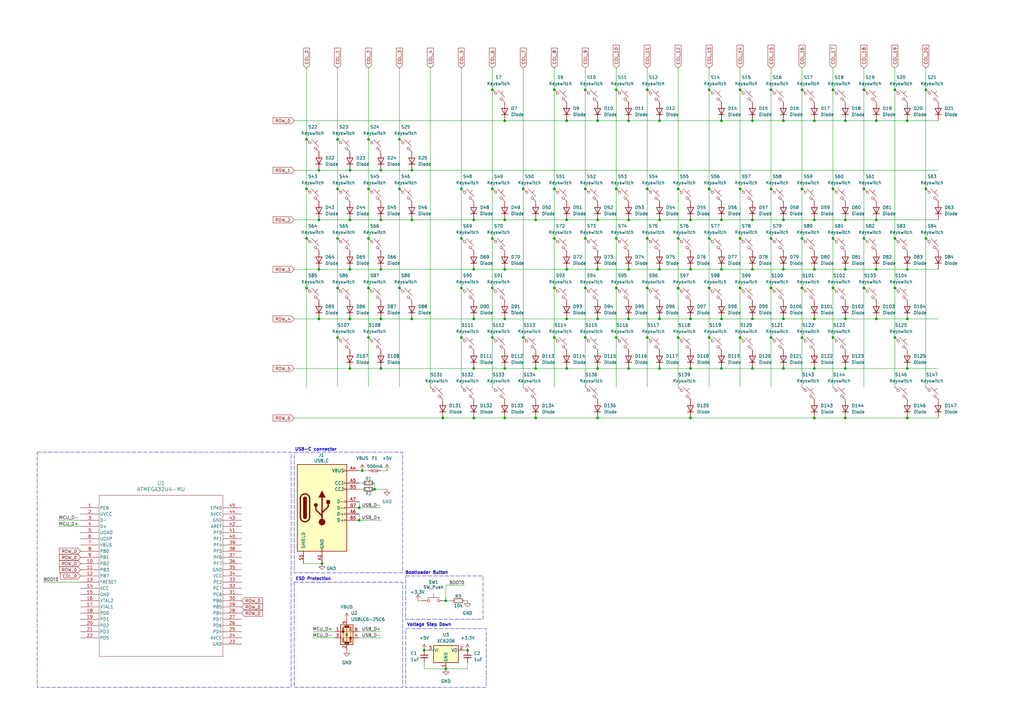
<source format=kicad_sch>
(kicad_sch (version 20231120) (generator "eeschema") (generator_version "8.0")
  (paper "A3")
  (title_block (comment 1 "Angelo Perotti"))
  (junction (at 219.71 171.45))
  (junction (at 341.63 118.11))
  (junction (at 328.93 118.11))
  (junction (at 189.23 77.47))
  (junction (at 290.83 36.83))
  (junction (at 372.11 171.45))
  (junction (at 201.93 118.11))
  (junction (at 153.67 200.66))
  (junction (at 328.93 77.47))
  (junction (at 252.73 138.43))
  (junction (at 278.13 97.79))
  (junction (at 189.23 118.11))
  (junction (at 151.13 57.15))
  (junction (at 341.63 36.83))
  (junction (at 245.11 151.13))
  (junction (at 173.99 266.7))
  (junction (at 346.71 151.13))
  (junction (at 252.73 36.83))
  (junction (at 316.23 77.47))
  (junction (at 245.11 130.81))
  (junction (at 372.11 110.49))
  (junction (at 367.03 36.83))
  (junction (at 372.11 130.81))
  (junction (at 143.51 69.85))
  (junction (at 265.43 118.11))
  (junction (at 346.71 171.45))
  (junction (at 232.41 151.13))
  (junction (at 156.21 69.85))
  (junction (at 328.93 36.83))
  (junction (at 125.73 57.15))
  (junction (at 143.51 151.13))
  (junction (at 290.83 118.11))
  (junction (at 270.51 90.17))
  (junction (at 245.11 110.49))
  (junction (at 308.61 49.53))
  (junction (at 321.31 151.13))
  (junction (at 321.31 130.81))
  (junction (at 257.81 90.17))
  (junction (at 182.88 274.32))
  (junction (at 334.01 110.49))
  (junction (at 125.73 77.47))
  (junction (at 201.93 77.47))
  (junction (at 151.13 97.79))
  (junction (at 207.01 130.81))
  (junction (at 379.73 36.83))
  (junction (at 308.61 110.49))
  (junction (at 245.11 49.53))
  (junction (at 341.63 77.47))
  (junction (at 240.03 97.79))
  (junction (at 303.53 118.11))
  (junction (at 168.91 69.85))
  (junction (at 295.91 90.17))
  (junction (at 168.91 130.81))
  (junction (at 181.61 171.45))
  (junction (at 303.53 138.43))
  (junction (at 308.61 130.81))
  (junction (at 372.11 151.13))
  (junction (at 290.83 77.47))
  (junction (at 278.13 118.11))
  (junction (at 334.01 49.53))
  (junction (at 207.01 151.13))
  (junction (at 156.21 90.17))
  (junction (at 156.21 151.13))
  (junction (at 156.21 130.81))
  (junction (at 219.71 90.17))
  (junction (at 163.83 77.47))
  (junction (at 328.93 138.43))
  (junction (at 252.73 118.11))
  (junction (at 283.21 110.49))
  (junction (at 295.91 49.53))
  (junction (at 130.81 69.85))
  (junction (at 194.31 151.13))
  (junction (at 227.33 118.11))
  (junction (at 367.03 138.43))
  (junction (at 201.93 97.79))
  (junction (at 240.03 36.83))
  (junction (at 240.03 138.43))
  (junction (at 270.51 49.53))
  (junction (at 295.91 130.81))
  (junction (at 232.41 49.53))
  (junction (at 321.31 110.49))
  (junction (at 125.73 118.11))
  (junction (at 147.32 213.36))
  (junction (at 191.77 266.7))
  (junction (at 227.33 77.47))
  (junction (at 334.01 90.17))
  (junction (at 346.71 130.81))
  (junction (at 163.83 118.11))
  (junction (at 257.81 49.53))
  (junction (at 194.31 130.81))
  (junction (at 303.53 97.79))
  (junction (at 367.03 97.79))
  (junction (at 125.73 97.79))
  (junction (at 252.73 97.79))
  (junction (at 379.73 77.47))
  (junction (at 257.81 151.13))
  (junction (at 227.33 138.43))
  (junction (at 295.91 151.13))
  (junction (at 143.51 90.17))
  (junction (at 308.61 90.17))
  (junction (at 252.73 77.47))
  (junction (at 316.23 97.79))
  (junction (at 265.43 77.47))
  (junction (at 354.33 77.47))
  (junction (at 290.83 97.79))
  (junction (at 147.32 208.28))
  (junction (at 270.51 130.81))
  (junction (at 201.93 36.83))
  (junction (at 265.43 36.83))
  (junction (at 138.43 57.15))
  (junction (at 240.03 118.11))
  (junction (at 283.21 151.13))
  (junction (at 334.01 171.45))
  (junction (at 232.41 90.17))
  (junction (at 372.11 49.53))
  (junction (at 227.33 36.83))
  (junction (at 189.23 138.43))
  (junction (at 283.21 130.81))
  (junction (at 341.63 138.43))
  (junction (at 334.01 151.13))
  (junction (at 130.81 110.49))
  (junction (at 328.93 97.79))
  (junction (at 321.31 90.17))
  (junction (at 354.33 97.79))
  (junction (at 346.71 90.17))
  (junction (at 214.63 77.47))
  (junction (at 189.23 97.79))
  (junction (at 194.31 90.17))
  (junction (at 270.51 151.13))
  (junction (at 316.23 118.11))
  (junction (at 130.81 130.81))
  (junction (at 359.41 130.81))
  (junction (at 283.21 171.45))
  (junction (at 207.01 90.17))
  (junction (at 227.33 97.79))
  (junction (at 257.81 110.49))
  (junction (at 359.41 110.49))
  (junction (at 341.63 97.79))
  (junction (at 132.08 231.14))
  (junction (at 283.21 90.17))
  (junction (at 214.63 138.43))
  (junction (at 278.13 77.47))
  (junction (at 265.43 138.43))
  (junction (at 303.53 77.47))
  (junction (at 156.21 110.49))
  (junction (at 207.01 49.53))
  (junction (at 168.91 90.17))
  (junction (at 367.03 118.11))
  (junction (at 316.23 138.43))
  (junction (at 359.41 90.17))
  (junction (at 346.71 110.49))
  (junction (at 290.83 138.43))
  (junction (at 219.71 151.13))
  (junction (at 257.81 130.81))
  (junction (at 232.41 130.81))
  (junction (at 151.13 118.11))
  (junction (at 321.31 49.53))
  (junction (at 308.61 151.13))
  (junction (at 163.83 57.15))
  (junction (at 354.33 118.11))
  (junction (at 143.51 110.49))
  (junction (at 278.13 138.43))
  (junction (at 201.93 138.43))
  (junction (at 148.59 193.04))
  (junction (at 359.41 49.53))
  (junction (at 130.81 90.17))
  (junction (at 138.43 138.43))
  (junction (at 138.43 118.11))
  (junction (at 182.88 246.38))
  (junction (at 354.33 36.83))
  (junction (at 232.41 110.49))
  (junction (at 151.13 77.47))
  (junction (at 240.03 77.47))
  (junction (at 151.13 138.43))
  (junction (at 143.51 130.81))
  (junction (at 138.43 97.79))
  (junction (at 303.53 36.83))
  (junction (at 194.31 171.45))
  (junction (at 245.11 171.45))
  (junction (at 270.51 110.49))
  (junction (at 138.43 77.47))
  (junction (at 316.23 36.83))
  (junction (at 245.11 90.17))
  (junction (at 265.43 97.79))
  (junction (at 346.71 49.53))
  (junction (at 207.01 110.49))
  (junction (at 194.31 110.49))
  (junction (at 207.01 171.45))
  (junction (at 334.01 130.81))
  (junction (at 295.91 110.49))
  (junction (at 379.73 97.79))
  (wire (pts (xy 308.61 130.81) (xy 321.31 130.81)))
  (wire (pts (xy 321.31 110.49) (xy 334.01 110.49)))
  (wire (pts (xy 194.31 151.13) (xy 207.01 151.13)))
  (wire (pts (xy 189.23 118.11) (xy 189.23 138.43)))
  (wire (pts (xy 147.32 205.74) (xy 147.32 208.28)))
  (wire (pts (xy 171.45 246.38) (xy 172.72 246.38)))
  (wire (pts (xy 201.93 36.83) (xy 201.93 77.47)))
  (wire (pts (xy 207.01 90.17) (xy 219.71 90.17)))
  (wire (pts (xy 201.93 118.11) (xy 201.93 138.43)))
  (wire (pts (xy 219.71 171.45) (xy 245.11 171.45)))
  (wire (pts (xy 125.73 97.79) (xy 125.73 118.11)))
  (wire (pts (xy 359.41 110.49) (xy 372.11 110.49)))
  (wire (pts (xy 182.88 274.32) (xy 191.77 274.32)))
  (wire (pts (xy 341.63 138.43) (xy 341.63 158.75)))
  (wire (pts (xy 316.23 97.79) (xy 316.23 118.11)))
  (wire (pts (xy 379.73 77.47) (xy 379.73 97.79)))
  (wire (pts (xy 227.33 27.94) (xy 227.33 36.83)))
  (wire (pts (xy 257.81 130.81) (xy 270.51 130.81)))
  (wire (pts (xy 303.53 77.47) (xy 303.53 97.79)))
  (wire (pts (xy 156.21 90.17) (xy 168.91 90.17)))
  (wire (pts (xy 328.93 77.47) (xy 328.93 97.79)))
  (wire (pts (xy 182.88 246.38) (xy 185.42 246.38)))
  (wire (pts (xy 252.73 77.47) (xy 252.73 97.79)))
  (wire (pts (xy 372.11 130.81) (xy 384.81 130.81)))
  (wire (pts (xy 240.03 27.94) (xy 240.03 36.83)))
  (wire (pts (xy 182.88 240.03) (xy 182.88 246.38)))
  (wire (pts (xy 316.23 27.94) (xy 316.23 36.83)))
  (wire (pts (xy 308.61 151.13) (xy 321.31 151.13)))
  (wire (pts (xy 372.11 110.49) (xy 384.81 110.49)))
  (wire (pts (xy 120.65 90.17) (xy 130.81 90.17)))
  (wire (pts (xy 354.33 36.83) (xy 354.33 77.47)))
  (wire (pts (xy 194.31 171.45) (xy 207.01 171.45)))
  (wire (pts (xy 151.13 27.94) (xy 151.13 57.15)))
  (wire (pts (xy 265.43 97.79) (xy 265.43 118.11)))
  (wire (pts (xy 341.63 77.47) (xy 341.63 97.79)))
  (wire (pts (xy 143.51 69.85) (xy 156.21 69.85)))
  (wire (pts (xy 283.21 171.45) (xy 334.01 171.45)))
  (wire (pts (xy 346.71 110.49) (xy 359.41 110.49)))
  (wire (pts (xy 156.21 151.13) (xy 194.31 151.13)))
  (wire (pts (xy 303.53 27.94) (xy 303.53 36.83)))
  (wire (pts (xy 245.11 130.81) (xy 257.81 130.81)))
  (wire (pts (xy 341.63 27.94) (xy 341.63 36.83)))
  (wire (pts (xy 138.43 77.47) (xy 138.43 97.79)))
  (wire (pts (xy 278.13 118.11) (xy 278.13 138.43)))
  (wire (pts (xy 379.73 27.94) (xy 379.73 36.83)))
  (wire (pts (xy 189.23 138.43) (xy 189.23 158.75)))
  (wire (pts (xy 240.03 77.47) (xy 240.03 97.79)))
  (wire (pts (xy 295.91 49.53) (xy 308.61 49.53)))
  (wire (pts (xy 194.31 130.81) (xy 207.01 130.81)))
  (wire (pts (xy 240.03 118.11) (xy 240.03 138.43)))
  (wire (pts (xy 290.83 138.43) (xy 290.83 158.75)))
  (wire (pts (xy 308.61 110.49) (xy 321.31 110.49)))
  (wire (pts (xy 290.83 118.11) (xy 290.83 138.43)))
  (wire (pts (xy 189.23 77.47) (xy 189.23 97.79)))
  (wire (pts (xy 124.46 231.14) (xy 132.08 231.14)))
  (wire (pts (xy 328.93 118.11) (xy 328.93 138.43)))
  (wire (pts (xy 138.43 138.43) (xy 138.43 158.75)))
  (wire (pts (xy 278.13 138.43) (xy 278.13 158.75)))
  (wire (pts (xy 372.11 49.53) (xy 384.81 49.53)))
  (wire (pts (xy 153.67 198.12) (xy 153.67 200.66)))
  (wire (pts (xy 130.81 69.85) (xy 143.51 69.85)))
  (wire (pts (xy 316.23 118.11) (xy 316.23 138.43)))
  (wire (pts (xy 190.5 266.7) (xy 191.77 266.7)))
  (wire (pts (xy 308.61 49.53) (xy 321.31 49.53)))
  (wire (pts (xy 265.43 118.11) (xy 265.43 138.43)))
  (wire (pts (xy 156.21 130.81) (xy 168.91 130.81)))
  (wire (pts (xy 270.51 130.81) (xy 283.21 130.81)))
  (wire (pts (xy 354.33 118.11) (xy 354.33 158.75)))
  (wire (pts (xy 372.11 171.45) (xy 384.81 171.45)))
  (wire (pts (xy 207.01 130.81) (xy 232.41 130.81)))
  (wire (pts (xy 194.31 110.49) (xy 207.01 110.49)))
  (wire (pts (xy 207.01 49.53) (xy 232.41 49.53)))
  (wire (pts (xy 156.21 69.85) (xy 168.91 69.85)))
  (wire (pts (xy 207.01 110.49) (xy 232.41 110.49)))
  (wire (pts (xy 24.13 213.36) (xy 33.02 213.36)))
  (wire (pts (xy 334.01 110.49) (xy 346.71 110.49)))
  (wire (pts (xy 151.13 57.15) (xy 151.13 77.47)))
  (wire (pts (xy 232.41 49.53) (xy 245.11 49.53)))
  (wire (pts (xy 257.81 151.13) (xy 270.51 151.13)))
  (wire (pts (xy 227.33 97.79) (xy 227.33 118.11)))
  (wire (pts (xy 163.83 77.47) (xy 163.83 118.11)))
  (wire (pts (xy 290.83 97.79) (xy 290.83 118.11)))
  (wire (pts (xy 138.43 97.79) (xy 138.43 118.11)))
  (wire (pts (xy 156.21 261.62) (xy 147.32 261.62)))
  (wire (pts (xy 189.23 27.94) (xy 189.23 77.47)))
  (wire (pts (xy 290.83 27.94) (xy 290.83 36.83)))
  (wire (pts (xy 173.99 271.78) (xy 173.99 274.32)))
  (wire (pts (xy 303.53 97.79) (xy 303.53 118.11)))
  (wire (pts (xy 303.53 138.43) (xy 303.53 158.75)))
  (wire (pts (xy 201.93 138.43) (xy 201.93 158.75)))
  (wire (pts (xy 153.67 200.66) (xy 158.75 200.66)))
  (wire (pts (xy 156.21 110.49) (xy 194.31 110.49)))
  (wire (pts (xy 245.11 49.53) (xy 257.81 49.53)))
  (wire (pts (xy 379.73 36.83) (xy 379.73 77.47)))
  (wire (pts (xy 341.63 118.11) (xy 341.63 138.43)))
  (wire (pts (xy 190.5 246.38) (xy 191.77 246.38)))
  (wire (pts (xy 151.13 77.47) (xy 151.13 97.79)))
  (wire (pts (xy 156.21 193.04) (xy 158.75 193.04)))
  (wire (pts (xy 278.13 97.79) (xy 278.13 118.11)))
  (wire (pts (xy 143.51 90.17) (xy 156.21 90.17)))
  (wire (pts (xy 346.71 151.13) (xy 372.11 151.13)))
  (wire (pts (xy 270.51 151.13) (xy 283.21 151.13)))
  (wire (pts (xy 308.61 90.17) (xy 321.31 90.17)))
  (wire (pts (xy 120.65 69.85) (xy 130.81 69.85)))
  (wire (pts (xy 252.73 27.94) (xy 252.73 36.83)))
  (wire (pts (xy 147.32 193.04) (xy 148.59 193.04)))
  (wire (pts (xy 125.73 27.94) (xy 125.73 57.15)))
  (wire (pts (xy 214.63 27.94) (xy 214.63 77.47)))
  (wire (pts (xy 367.03 97.79) (xy 367.03 118.11)))
  (wire (pts (xy 303.53 36.83) (xy 303.53 77.47)))
  (wire (pts (xy 265.43 27.94) (xy 265.43 36.83)))
  (wire (pts (xy 125.73 57.15) (xy 125.73 77.47)))
  (wire (pts (xy 245.11 171.45) (xy 283.21 171.45)))
  (wire (pts (xy 265.43 138.43) (xy 265.43 158.75)))
  (wire (pts (xy 316.23 138.43) (xy 316.23 158.75)))
  (wire (pts (xy 120.65 151.13) (xy 143.51 151.13)))
  (wire (pts (xy 379.73 97.79) (xy 379.73 158.75)))
  (wire (pts (xy 334.01 90.17) (xy 346.71 90.17)))
  (wire (pts (xy 17.78 238.76) (xy 33.02 238.76)))
  (wire (pts (xy 219.71 151.13) (xy 232.41 151.13)))
  (wire (pts (xy 295.91 130.81) (xy 308.61 130.81)))
  (wire (pts (xy 163.83 118.11) (xy 163.83 158.75)))
  (wire (pts (xy 130.81 110.49) (xy 143.51 110.49)))
  (wire (pts (xy 194.31 90.17) (xy 207.01 90.17)))
  (wire (pts (xy 227.33 138.43) (xy 227.33 158.75)))
  (wire (pts (xy 173.99 266.7) (xy 175.26 266.7)))
  (wire (pts (xy 130.81 90.17) (xy 143.51 90.17)))
  (wire (pts (xy 240.03 97.79) (xy 240.03 118.11)))
  (wire (pts (xy 232.41 130.81) (xy 245.11 130.81)))
  (wire (pts (xy 252.73 138.43) (xy 252.73 158.75)))
  (wire (pts (xy 138.43 118.11) (xy 138.43 138.43)))
  (wire (pts (xy 147.32 200.66) (xy 148.59 200.66)))
  (wire (pts (xy 151.13 118.11) (xy 151.13 138.43)))
  (wire (pts (xy 24.13 215.9) (xy 33.02 215.9)))
  (wire (pts (xy 190.5 240.03) (xy 182.88 240.03)))
  (wire (pts (xy 270.51 49.53) (xy 295.91 49.53)))
  (wire (pts (xy 354.33 27.94) (xy 354.33 36.83)))
  (wire (pts (xy 156.21 208.28) (xy 147.32 208.28)))
  (wire (pts (xy 278.13 77.47) (xy 278.13 97.79)))
  (wire (pts (xy 359.41 90.17) (xy 384.81 90.17)))
  (wire (pts (xy 189.23 97.79) (xy 189.23 118.11)))
  (wire (pts (xy 367.03 36.83) (xy 367.03 97.79)))
  (wire (pts (xy 120.65 110.49) (xy 130.81 110.49)))
  (wire (pts (xy 346.71 49.53) (xy 359.41 49.53)))
  (wire (pts (xy 147.32 210.82) (xy 147.32 213.36)))
  (wire (pts (xy 138.43 57.15) (xy 138.43 77.47)))
  (wire (pts (xy 295.91 151.13) (xy 308.61 151.13)))
  (wire (pts (xy 354.33 77.47) (xy 354.33 97.79)))
  (wire (pts (xy 232.41 151.13) (xy 245.11 151.13)))
  (wire (pts (xy 283.21 110.49) (xy 295.91 110.49)))
  (wire (pts (xy 173.99 274.32) (xy 182.88 274.32)))
  (wire (pts (xy 372.11 151.13) (xy 384.81 151.13)))
  (wire (pts (xy 367.03 138.43) (xy 367.03 158.75)))
  (wire (pts (xy 219.71 90.17) (xy 232.41 90.17)))
  (wire (pts (xy 163.83 57.15) (xy 163.83 77.47)))
  (wire (pts (xy 147.32 198.12) (xy 148.59 198.12)))
  (wire (pts (xy 367.03 118.11) (xy 367.03 138.43)))
  (wire (pts (xy 156.21 259.08) (xy 147.32 259.08)))
  (wire (pts (xy 346.71 90.17) (xy 359.41 90.17)))
  (wire (pts (xy 346.71 171.45) (xy 372.11 171.45)))
  (wire (pts (xy 163.83 27.94) (xy 163.83 57.15)))
  (wire (pts (xy 303.53 118.11) (xy 303.53 138.43)))
  (wire (pts (xy 148.59 193.04) (xy 151.13 193.04)))
  (wire (pts (xy 214.63 77.47) (xy 214.63 138.43)))
  (wire (pts (xy 207.01 171.45) (xy 219.71 171.45)))
  (wire (pts (xy 245.11 151.13) (xy 257.81 151.13)))
  (wire (pts (xy 290.83 77.47) (xy 290.83 97.79)))
  (wire (pts (xy 265.43 77.47) (xy 265.43 97.79)))
  (wire (pts (xy 227.33 118.11) (xy 227.33 138.43)))
  (wire (pts (xy 240.03 36.83) (xy 240.03 77.47)))
  (wire (pts (xy 257.81 110.49) (xy 270.51 110.49)))
  (wire (pts (xy 328.93 27.94) (xy 328.93 36.83)))
  (wire (pts (xy 334.01 151.13) (xy 346.71 151.13)))
  (wire (pts (xy 128.27 261.62) (xy 137.16 261.62)))
  (wire (pts (xy 316.23 77.47) (xy 316.23 97.79)))
  (wire (pts (xy 341.63 36.83) (xy 341.63 77.47)))
  (wire (pts (xy 245.11 90.17) (xy 257.81 90.17)))
  (wire (pts (xy 265.43 36.83) (xy 265.43 77.47)))
  (wire (pts (xy 201.93 77.47) (xy 201.93 97.79)))
  (wire (pts (xy 295.91 90.17) (xy 308.61 90.17)))
  (wire (pts (xy 278.13 27.94) (xy 278.13 77.47)))
  (wire (pts (xy 143.51 151.13) (xy 156.21 151.13)))
  (wire (pts (xy 168.91 69.85) (xy 384.81 69.85)))
  (wire (pts (xy 232.41 110.49) (xy 245.11 110.49)))
  (wire (pts (xy 270.51 90.17) (xy 283.21 90.17)))
  (wire (pts (xy 290.83 36.83) (xy 290.83 77.47)))
  (wire (pts (xy 283.21 130.81) (xy 295.91 130.81)))
  (wire (pts (xy 295.91 110.49) (xy 308.61 110.49)))
  (wire (pts (xy 283.21 151.13) (xy 295.91 151.13)))
  (wire (pts (xy 252.73 97.79) (xy 252.73 118.11)))
  (wire (pts (xy 252.73 36.83) (xy 252.73 77.47)))
  (wire (pts (xy 227.33 77.47) (xy 227.33 97.79)))
  (wire (pts (xy 120.65 49.53) (xy 207.01 49.53)))
  (wire (pts (xy 240.03 138.43) (xy 240.03 158.75)))
  (wire (pts (xy 125.73 77.47) (xy 125.73 97.79)))
  (wire (pts (xy 334.01 130.81) (xy 346.71 130.81)))
  (wire (pts (xy 120.65 130.81) (xy 130.81 130.81)))
  (wire (pts (xy 359.41 130.81) (xy 372.11 130.81)))
  (wire (pts (xy 130.81 130.81) (xy 143.51 130.81)))
  (wire (pts (xy 328.93 97.79) (xy 328.93 118.11)))
  (wire (pts (xy 283.21 90.17) (xy 295.91 90.17)))
  (wire (pts (xy 191.77 271.78) (xy 191.77 274.32)))
  (wire (pts (xy 334.01 49.53) (xy 346.71 49.53)))
  (wire (pts (xy 201.93 27.94) (xy 201.93 36.83)))
  (wire (pts (xy 321.31 49.53) (xy 334.01 49.53)))
  (wire (pts (xy 120.65 171.45) (xy 181.61 171.45)))
  (wire (pts (xy 151.13 97.79) (xy 151.13 118.11)))
  (wire (pts (xy 143.51 110.49) (xy 156.21 110.49)))
  (wire (pts (xy 201.93 97.79) (xy 201.93 118.11)))
  (wire (pts (xy 176.53 27.94) (xy 176.53 158.75)))
  (wire (pts (xy 227.33 36.83) (xy 227.33 77.47)))
  (wire (pts (xy 128.27 259.08) (xy 137.16 259.08)))
  (wire (pts (xy 245.11 110.49) (xy 257.81 110.49)))
  (wire (pts (xy 270.51 110.49) (xy 283.21 110.49)))
  (wire (pts (xy 125.73 118.11) (xy 125.73 158.75)))
  (wire (pts (xy 156.21 213.36) (xy 147.32 213.36)))
  (wire (pts (xy 354.33 97.79) (xy 354.33 118.11)))
  (wire (pts (xy 341.63 97.79) (xy 341.63 118.11)))
  (wire (pts (xy 334.01 171.45) (xy 346.71 171.45)))
  (wire (pts (xy 359.41 49.53) (xy 372.11 49.53)))
  (wire (pts (xy 321.31 130.81) (xy 334.01 130.81)))
  (wire (pts (xy 138.43 27.94) (xy 138.43 57.15)))
  (wire (pts (xy 168.91 130.81) (xy 194.31 130.81)))
  (wire (pts (xy 316.23 36.83) (xy 316.23 77.47)))
  (wire (pts (xy 168.91 90.17) (xy 194.31 90.17)))
  (wire (pts (xy 321.31 90.17) (xy 334.01 90.17)))
  (wire (pts (xy 257.81 49.53) (xy 270.51 49.53)))
  (wire (pts (xy 328.93 36.83) (xy 328.93 77.47)))
  (wire (pts (xy 214.63 138.43) (xy 214.63 158.75)))
  (wire (pts (xy 257.81 90.17) (xy 270.51 90.17)))
  (wire (pts (xy 151.13 138.43) (xy 151.13 158.75)))
  (wire (pts (xy 328.93 138.43) (xy 328.93 158.75)))
  (wire (pts (xy 181.61 171.45) (xy 194.31 171.45)))
  (wire (pts (xy 232.41 90.17) (xy 245.11 90.17)))
  (wire (pts (xy 321.31 151.13) (xy 334.01 151.13)))
  (wire (pts (xy 143.51 130.81) (xy 156.21 130.81)))
  (wire (pts (xy 252.73 118.11) (xy 252.73 138.43)))
  (wire (pts (xy 367.03 27.94) (xy 367.03 36.83)))
  (wire (pts (xy 346.71 130.81) (xy 359.41 130.81)))
  (wire (pts (xy 207.01 151.13) (xy 219.71 151.13)))
  (rectangle (start 120.65 185.42) (end 165.1 234.95) (stroke (width 0) (type dash)))
  (rectangle (start 166.37 236.22) (end 198.12 254) (stroke (width 0) (type dash)))
  (rectangle (start 120.65 238.76) (end 165.1 281.94) (stroke (width 0) (type dash)))
  (rectangle (start 15.24 185.42) (end 119.38 281.94) (stroke (width 0) (type dash)))
  (rectangle (start 166.37 257.81) (end 199.39 281.94) (stroke (width 0) (type dash)))
  (text "ESD Protection" (at 128.524 237.49 0) (effects (font (size 1.27 1.27) (thickness 0.254) (bold yes))))
  (text "Voltage Step Down" (at 176.022 256.286 0) (effects (font (size 1.27 1.27) (thickness 0.254) (bold yes))))
  (text "Bootloader Button" (at 175.006 234.95 0) (effects (font (size 1.27 1.27) (thickness 0.254) (bold yes))))
  (text "USB-C connector\n" (at 129.54 184.404 0) (effects (font (size 1.27 1.27) (thickness 0.254) (bold yes))))
  (label "BOOT0" (at 190.5 240.03 180))
  (label "MCU_D+" (at 128.27 259.08 0))
  (label "MCU_D+" (at 24.13 215.9 0))
  (label "USB_D-" (at 156.21 208.28 180))
  (label "USB_D+" (at 156.21 213.36 180))
  (label "BOOT0" (at 17.78 238.76 0))
  (label "MCU_D-" (at 24.13 213.36 0))
  (label "MCU_D-" (at 128.27 261.62 0))
  (label "USB_D+" (at 156.21 259.08 180))
  (label "USB_D-" (at 156.21 261.62 180))
  (global_label "ROW_0" (shape input) (at 120.65 49.53 180) (property "Intersheetrefs" "${INTERSHEET_REFS}" (effects (hide yes))))
  (global_label "COL_17" (shape input) (at 341.63 27.94 90) (property "Intersheetrefs" "${INTERSHEET_REFS}" (effects (hide yes))))
  (global_label "ROW_3" (shape input) (at 120.65 110.49 180) (property "Intersheetrefs" "${INTERSHEET_REFS}" (effects (hide yes))))
  (global_label "ROW_0" (shape input) (at 33.02 228.6 180) (property "Intersheetrefs" "${INTERSHEET_REFS}" (effects (hide yes))))
  (global_label "ROW_2" (shape input) (at 120.65 90.17 180) (property "Intersheetrefs" "${INTERSHEET_REFS}" (effects (hide yes))))
  (global_label "COL_6" (shape input) (at 201.93 27.94 90) (property "Intersheetrefs" "${INTERSHEET_REFS}" (effects (hide yes))))
  (global_label "COL_12" (shape input) (at 278.13 27.94 90) (property "Intersheetrefs" "${INTERSHEET_REFS}" (effects (hide yes))))
  (global_label "COL_8" (shape input) (at 227.33 27.94 90) (property "Intersheetrefs" "${INTERSHEET_REFS}" (effects (hide yes))))
  (global_label "ROW_4" (shape input) (at 120.65 130.81 180) (property "Intersheetrefs" "${INTERSHEET_REFS}" (effects (hide yes))))
  (global_label "ROW_6" (shape input) (at 120.65 171.45 180) (property "Intersheetrefs" "${INTERSHEET_REFS}" (effects (hide yes))))
  (global_label "ROW_0" (shape input) (at 99.06 246.38 0) (property "Intersheetrefs" "${INTERSHEET_REFS}" (effects (hide yes))))
  (global_label "ROW_0" (shape input) (at 99.06 251.46 0) (property "Intersheetrefs" "${INTERSHEET_REFS}" (effects (hide yes))))
  (global_label "ROW_0" (shape input) (at 99.06 248.92 0) (property "Intersheetrefs" "${INTERSHEET_REFS}" (effects (hide yes))))
  (global_label "ROW_0" (shape input) (at 33.02 233.68 180) (property "Intersheetrefs" "${INTERSHEET_REFS}" (effects (hide yes))))
  (global_label "COL_11" (shape input) (at 265.43 27.94 90) (property "Intersheetrefs" "${INTERSHEET_REFS}" (effects (hide yes))))
  (global_label "ROW_5" (shape input) (at 120.65 151.13 180) (property "Intersheetrefs" "${INTERSHEET_REFS}" (effects (hide yes))))
  (global_label "COL_0" (shape input) (at 125.73 27.94 90) (property "Intersheetrefs" "${INTERSHEET_REFS}" (effects (hide yes))))
  (global_label "COL_19" (shape input) (at 367.03 27.94 90) (property "Intersheetrefs" "${INTERSHEET_REFS}" (effects (hide yes))))
  (global_label "ROW_0" (shape input) (at 33.02 226.06 180) (property "Intersheetrefs" "${INTERSHEET_REFS}" (effects (hide yes))))
  (global_label "COL_4" (shape input) (at 176.53 27.94 90) (property "Intersheetrefs" "${INTERSHEET_REFS}" (effects (hide yes))))
  (global_label "ROW_1" (shape input) (at 120.65 69.85 180) (property "Intersheetrefs" "${INTERSHEET_REFS}" (effects (hide yes))))
  (global_label "COL_5" (shape input) (at 189.23 27.94 90) (property "Intersheetrefs" "${INTERSHEET_REFS}" (effects (hide yes))))
  (global_label "COL_20" (shape input) (at 379.73 27.94 90) (property "Intersheetrefs" "${INTERSHEET_REFS}" (effects (hide yes))))
  (global_label "COL_13" (shape input) (at 290.83 27.94 90) (property "Intersheetrefs" "${INTERSHEET_REFS}" (effects (hide yes))))
  (global_label "COL_14" (shape input) (at 303.53 27.94 90) (property "Intersheetrefs" "${INTERSHEET_REFS}" (effects (hide yes))))
  (global_label "ROW_0" (shape input) (at 33.02 231.14 180) (property "Intersheetrefs" "${INTERSHEET_REFS}" (effects (hide yes))))
  (global_label "COL_18" (shape input) (at 354.33 27.94 90) (property "Intersheetrefs" "${INTERSHEET_REFS}" (effects (hide yes))))
  (global_label "COL_2" (shape input) (at 151.13 27.94 90) (property "Intersheetrefs" "${INTERSHEET_REFS}" (effects (hide yes))))
  (global_label "COL_7" (shape input) (at 214.63 27.94 90) (property "Intersheetrefs" "${INTERSHEET_REFS}" (effects (hide yes))))
  (global_label "COL_9" (shape input) (at 240.03 27.94 90) (property "Intersheetrefs" "${INTERSHEET_REFS}" (effects (hide yes))))
  (global_label "COL_1" (shape input) (at 138.43 27.94 90) (property "Intersheetrefs" "${INTERSHEET_REFS}" (effects (hide yes))))
  (global_label "COL_16" (shape input) (at 328.93 27.94 90) (property "Intersheetrefs" "${INTERSHEET_REFS}" (effects (hide yes))))
  (global_label "COL_0" (shape input) (at 33.02 236.22 180) (property "Intersheetrefs" "${INTERSHEET_REFS}" (effects (hide yes))))
  (global_label "COL_15" (shape input) (at 316.23 27.94 90) (property "Intersheetrefs" "${INTERSHEET_REFS}" (effects (hide yes))))
  (global_label "COL_3" (shape input) (at 163.83 27.94 90) (property "Intersheetrefs" "${INTERSHEET_REFS}" (effects (hide yes))))
  (global_label "COL_10" (shape input) (at 252.73 27.94 90) (property "Intersheetrefs" "${INTERSHEET_REFS}" (effects (hide yes))))
  (symbol (lib_id "ScottoKeebs:Placeholder_Keyswitch") (at 153.67 140.97 0) (unit 1)
    (property "Reference" "S108" (at 153.67 133.35 0))
    (property "Value" "Keyswitch" (at 153.67 135.89 0))
    (property "Description" "Push button switch, normally open, two pins, 45° tilted" (effects (hide yes)))
  )
  (symbol (lib_id "ScottoKeebs:Placeholder_Keyswitch") (at 166.37 120.65 0) (unit 1)
    (property "Reference" "S88" (at 166.37 113.03 0))
    (property "Value" "Keyswitch" (at 166.37 115.57 0))
    (property "Description" "Push button switch, normally open, two pins, 45° tilted" (effects (hide yes)))
  )
  (symbol (lib_id "Regulator_Linear:XC6206PxxxMR") (at 182.88 266.7 0) (unit 1)
    (property "Reference" "U3" (at 182.88 260.35 0))
    (property "Value" "XC6206" (at 182.88 262.89 0))
    (property "Footprint" "ScottoKeebs_Components:Voltage_SOT-23" (effects (hide yes)))
    (property "Datasheet" "https://www.torexsemi.com/file/xc6206/XC6206.pdf" (effects (hide yes)))
    (property "Description" "Positive 60-250mA Low Dropout Regulator, Fixed Output, SOT-23" (effects (hide yes)))
    (property "LCSC" "C5446" (effects (hide yes)))
    (property "JlcRotOffset" "180" (effects (hide yes)))
  )
  (symbol (lib_id "power:+3.3V") (at 171.45 246.38 0) (unit 1)
    (property "Reference" "#PWR010" (effects (hide yes)))
    (property "Value" "+3.3V" (at 171.196 242.824 0))
    (property "Description" "Power symbol creates a global label with name \"+3.3V\"" (effects (hide yes)))
  )
  (symbol (lib_id "power:GND") (at 142.24 266.7 0) (unit 1)
    (property "Reference" "#PWR06" (effects (hide yes)))
    (property "Value" "GND" (at 142.24 271.78 0))
    (property "Description" "Power symbol creates a global label with name \"GND\" , ground" (effects (hide yes)))
  )
  (symbol (lib_id "ScottoKeebs:Placeholder_Diode") (at 219.71 86.36 90) (unit 1)
    (property "Reference" "D50" (at 222.25 85.0899 90) (effects (justify right)))
    (property "Value" "Diode" (at 222.25 87.6299 90) (effects (justify right)))
    (property "Description" "1N4148 (DO-35) or 1N4148W (SOD-123)" (effects (hide yes)))
    (property "Sim.Device" "D" (effects (hide yes)))
    (property "Sim.Pins" "1=K 2=A" (effects (hide yes)))
  )
  (symbol (lib_id "ScottoKeebs:Placeholder_Diode") (at 334.01 127 90) (unit 1)
    (property "Reference" "D101" (at 336.55 125.7299 90) (effects (justify right)))
    (property "Value" "Diode" (at 336.55 128.2699 90) (effects (justify right)))
    (property "Description" "1N4148 (DO-35) or 1N4148W (SOD-123)" (effects (hide yes)))
    (property "Sim.Device" "D" (effects (hide yes)))
    (property "Sim.Pins" "1=K 2=A" (effects (hide yes)))
  )
  (symbol (lib_id "ScottoKeebs:Placeholder_Diode") (at 207.01 106.68 90) (unit 1)
    (property "Reference" "D70" (at 209.55 105.4099 90) (effects (justify right)))
    (property "Value" "Diode" (at 209.55 107.9499 90) (effects (justify right)))
    (property "Description" "1N4148 (DO-35) or 1N4148W (SOD-123)" (effects (hide yes)))
    (property "Sim.Device" "D" (effects (hide yes)))
    (property "Sim.Pins" "1=K 2=A" (effects (hide yes)))
  )
  (symbol (lib_id "ScottoKeebs:Placeholder_Diode") (at 156.21 86.36 90) (unit 1)
    (property "Reference" "D45" (at 158.75 85.0899 90) (effects (justify right)))
    (property "Value" "Diode" (at 158.75 87.6299 90) (effects (justify right)))
    (property "Description" "1N4148 (DO-35) or 1N4148W (SOD-123)" (effects (hide yes)))
    (property "Sim.Device" "D" (effects (hide yes)))
    (property "Sim.Pins" "1=K 2=A" (effects (hide yes)))
  )
  (symbol (lib_id "ScottoKeebs:Placeholder_Diode") (at 372.11 127 90) (unit 1)
    (property "Reference" "D104" (at 374.65 125.7299 90) (effects (justify right)))
    (property "Value" "Diode" (at 374.65 128.2699 90) (effects (justify right)))
    (property "Description" "1N4148 (DO-35) or 1N4148W (SOD-123)" (effects (hide yes)))
    (property "Sim.Device" "D" (effects (hide yes)))
    (property "Sim.Pins" "1=K 2=A" (effects (hide yes)))
  )
  (symbol (lib_id "ScottoKeebs:Placeholder_Keyswitch") (at 128.27 120.65 0) (unit 1)
    (property "Reference" "S85" (at 128.27 113.03 0))
    (property "Value" "Keyswitch" (at 128.27 115.57 0))
    (property "Description" "Push button switch, normally open, two pins, 45° tilted" (effects (hide yes)))
  )
  (symbol (lib_id "ScottoKeebs:Placeholder_Diode") (at 168.91 66.04 90) (unit 1)
    (property "Reference" "D25" (at 171.45 64.7699 90) (effects (justify right)))
    (property "Value" "Diode" (at 171.45 67.3099 90) (effects (justify right)))
    (property "Description" "1N4148 (DO-35) or 1N4148W (SOD-123)" (effects (hide yes)))
    (property "Sim.Device" "D" (effects (hide yes)))
    (property "Sim.Pins" "1=K 2=A" (effects (hide yes)))
  )
  (symbol (lib_id "ScottoKeebs:Placeholder_Diode") (at 156.21 147.32 90) (unit 1)
    (property "Reference" "D108" (at 158.75 146.0499 90) (effects (justify right)))
    (property "Value" "Diode" (at 158.75 148.5899 90) (effects (justify right)))
    (property "Description" "1N4148 (DO-35) or 1N4148W (SOD-123)" (effects (hide yes)))
    (property "Sim.Device" "D" (effects (hide yes)))
    (property "Sim.Pins" "1=K 2=A" (effects (hide yes)))
  )
  (symbol (lib_id "ScottoKeebs:Placeholder_Diode") (at 143.51 147.32 90) (unit 1)
    (property "Reference" "D107" (at 146.05 146.0499 90) (effects (justify right)))
    (property "Value" "Diode" (at 146.05 148.5899 90) (effects (justify right)))
    (property "Description" "1N4148 (DO-35) or 1N4148W (SOD-123)" (effects (hide yes)))
    (property "Sim.Device" "D" (effects (hide yes)))
    (property "Sim.Pins" "1=K 2=A" (effects (hide yes)))
  )
  (symbol (lib_id "ScottoKeebs:Placeholder_Diode") (at 321.31 106.68 90) (unit 1)
    (property "Reference" "D79" (at 323.85 105.4099 90) (effects (justify right)))
    (property "Value" "Diode" (at 323.85 107.9499 90) (effects (justify right)))
    (property "Description" "1N4148 (DO-35) or 1N4148W (SOD-123)" (effects (hide yes)))
    (property "Sim.Device" "D" (effects (hide yes)))
    (property "Sim.Pins" "1=K 2=A" (effects (hide yes)))
  )
  (symbol (lib_id "ScottoKeebs:Placeholder_Diode") (at 295.91 147.32 90) (unit 1)
    (property "Reference" "D119" (at 298.45 146.0499 90) (effects (justify right)))
    (property "Value" "Diode" (at 298.45 148.5899 90) (effects (justify right)))
    (property "Description" "1N4148 (DO-35) or 1N4148W (SOD-123)" (effects (hide yes)))
    (property "Sim.Device" "D" (effects (hide yes)))
    (property "Sim.Pins" "1=K 2=A" (effects (hide yes)))
  )
  (symbol (lib_id "ScottoKeebs:Placeholder_Keyswitch") (at 191.77 100.33 0) (unit 1)
    (property "Reference" "S69" (at 191.77 92.71 0))
    (property "Value" "Keyswitch" (at 191.77 95.25 0))
    (property "Description" "Push button switch, normally open, two pins, 45° tilted" (effects (hide yes)))
  )
  (symbol (lib_id "ScottoKeebs:Placeholder_Keyswitch") (at 280.67 100.33 0) (unit 1)
    (property "Reference" "S76" (at 280.67 92.71 0))
    (property "Value" "Keyswitch" (at 280.67 95.25 0))
    (property "Description" "Push button switch, normally open, two pins, 45° tilted" (effects (hide yes)))
  )
  (symbol (lib_id "ScottoKeebs:Placeholder_Keyswitch") (at 306.07 100.33 0) (unit 1)
    (property "Reference" "S78" (at 306.07 92.71 0))
    (property "Value" "Keyswitch" (at 306.07 95.25 0))
    (property "Description" "Push button switch, normally open, two pins, 45° tilted" (effects (hide yes)))
  )
  (symbol (lib_id "Device:R_Small") (at 151.13 198.12 90) (unit 1)
    (property "Reference" "R1" (at 151.13 196.342 90))
    (property "Value" "5.1k" (at 151.13 198.12 90))
    (property "Footprint" "Resistor_SMD:R_0402_1005Metric" (effects (hide yes)))
    (property "Description" "Resistor, small symbol" (effects (hide yes)))
    (property "LCSC" "C25905" (effects (hide yes)))
  )
  (symbol (lib_id "ScottoKeebs:Placeholder_Diode") (at 359.41 45.72 90) (unit 1)
    (property "Reference" "D19" (at 361.95 44.4499 90) (effects (justify right)))
    (property "Value" "Diode" (at 361.95 46.9899 90) (effects (justify right)))
    (property "Description" "1N4148 (DO-35) or 1N4148W (SOD-123)" (effects (hide yes)))
    (property "Sim.Device" "D" (effects (hide yes)))
    (property "Sim.Pins" "1=K 2=A" (effects (hide yes)))
  )
  (symbol (lib_id "ScottoKeebs:Placeholder_Keyswitch") (at 318.77 100.33 0) (unit 1)
    (property "Reference" "S79" (at 318.77 92.71 0))
    (property "Value" "Keyswitch" (at 318.77 95.25 0))
    (property "Description" "Push button switch, normally open, two pins, 45° tilted" (effects (hide yes)))
  )
  (symbol (lib_id "ScottoKeebs:Placeholder_Keyswitch") (at 356.87 100.33 0) (unit 1)
    (property "Reference" "S82" (at 356.87 92.71 0))
    (property "Value" "Keyswitch" (at 356.87 95.25 0))
    (property "Description" "Push button switch, normally open, two pins, 45° tilted" (effects (hide yes)))
  )
  (symbol (lib_id "ScottoKeebs:Placeholder_Diode") (at 130.81 127 90) (unit 1)
    (property "Reference" "D85" (at 133.35 125.7299 90) (effects (justify right)))
    (property "Value" "Diode" (at 133.35 128.2699 90) (effects (justify right)))
    (property "Description" "1N4148 (DO-35) or 1N4148W (SOD-123)" (effects (hide yes)))
    (property "Sim.Device" "D" (effects (hide yes)))
    (property "Sim.Pins" "1=K 2=A" (effects (hide yes)))
  )
  (symbol (lib_id "ScottoKeebs:Placeholder_Diode") (at 372.11 147.32 90) (unit 1)
    (property "Reference" "D125" (at 374.65 146.0499 90) (effects (justify right)))
    (property "Value" "Diode" (at 374.65 148.5899 90) (effects (justify right)))
    (property "Description" "1N4148 (DO-35) or 1N4148W (SOD-123)" (effects (hide yes)))
    (property "Sim.Device" "D" (effects (hide yes)))
    (property "Sim.Pins" "1=K 2=A" (effects (hide yes)))
  )
  (symbol (lib_id "ScottoKeebs:Placeholder_Keyswitch") (at 229.87 39.37 0) (unit 1)
    (property "Reference" "S9" (at 229.87 31.75 0))
    (property "Value" "Keyswitch" (at 229.87 34.29 0))
    (property "Description" "Push button switch, normally open, two pins, 45° tilted" (effects (hide yes)))
  )
  (symbol (lib_id "ScottoKeebs:Placeholder_Keyswitch") (at 140.97 100.33 0) (unit 1)
    (property "Reference" "S65" (at 140.97 92.71 0))
    (property "Value" "Keyswitch" (at 140.97 95.25 0))
    (property "Description" "Push button switch, normally open, two pins, 45° tilted" (effects (hide yes)))
  )
  (symbol (lib_id "ScottoKeebs:Placeholder_Keyswitch") (at 306.07 80.01 0) (unit 1)
    (property "Reference" "S57" (at 306.07 72.39 0))
    (property "Value" "Keyswitch" (at 306.07 74.93 0))
    (property "Description" "Push button switch, normally open, two pins, 45° tilted" (effects (hide yes)))
  )
  (symbol (lib_id "ScottoKeebs:Placeholder_Keyswitch") (at 293.37 120.65 0) (unit 1)
    (property "Reference" "S98" (at 293.37 113.03 0))
    (property "Value" "Keyswitch" (at 293.37 115.57 0))
    (property "Description" "Push button switch, normally open, two pins, 45° tilted" (effects (hide yes)))
  )
  (symbol (lib_id "ScottoKeebs:Placeholder_Diode") (at 156.21 106.68 90) (unit 1)
    (property "Reference" "D66" (at 158.75 105.4099 90) (effects (justify right)))
    (property "Value" "Diode" (at 158.75 107.9499 90) (effects (justify right)))
    (property "Description" "1N4148 (DO-35) or 1N4148W (SOD-123)" (effects (hide yes)))
    (property "Sim.Device" "D" (effects (hide yes)))
    (property "Sim.Pins" "1=K 2=A" (effects (hide yes)))
  )
  (symbol (lib_id "ScottoKeebs:Placeholder_Diode") (at 245.11 147.32 90) (unit 1)
    (property "Reference" "D115" (at 247.65 146.0499 90) (effects (justify right)))
    (property "Value" "Diode" (at 247.65 148.5899 90) (effects (justify right)))
    (property "Description" "1N4148 (DO-35) or 1N4148W (SOD-123)" (effects (hide yes)))
    (property "Sim.Device" "D" (effects (hide yes)))
    (property "Sim.Pins" "1=K 2=A" (effects (hide yes)))
  )
  (symbol (lib_id "ScottoKeebs:Placeholder_Diode") (at 207.01 167.64 90) (unit 1)
    (property "Reference" "D133" (at 209.55 166.3699 90) (effects (justify right)))
    (property "Value" "Diode" (at 209.55 168.9099 90) (effects (justify right)))
    (property "Description" "1N4148 (DO-35) or 1N4148W (SOD-123)" (effects (hide yes)))
    (property "Sim.Device" "D" (effects (hide yes)))
    (property "Sim.Pins" "1=K 2=A" (effects (hide yes)))
  )
  (symbol (lib_id "ScottoKeebs:Placeholder_Diode") (at 194.31 86.36 90) (unit 1)
    (property "Reference" "D48" (at 196.85 85.0899 90) (effects (justify right)))
    (property "Value" "Diode" (at 196.85 87.6299 90) (effects (justify right)))
    (property "Description" "1N4148 (DO-35) or 1N4148W (SOD-123)" (effects (hide yes)))
    (property "Sim.Device" "D" (effects (hide yes)))
    (property "Sim.Pins" "1=K 2=A" (effects (hide yes)))
  )
  (symbol (lib_id "ScottoKeebs:Placeholder_Diode") (at 257.81 86.36 90) (unit 1)
    (property "Reference" "D53" (at 260.35 85.0899 90) (effects (justify right)))
    (property "Value" "Diode" (at 260.35 87.6299 90) (effects (justify right)))
    (property "Description" "1N4148 (DO-35) or 1N4148W (SOD-123)" (effects (hide yes)))
    (property "Sim.Device" "D" (effects (hide yes)))
    (property "Sim.Pins" "1=K 2=A" (effects (hide yes)))
  )
  (symbol (lib_id "ScottoKeebs:Placeholder_Diode") (at 308.61 147.32 90) (unit 1)
    (property "Reference" "D120" (at 311.15 146.0499 90) (effects (justify right)))
    (property "Value" "Diode" (at 311.15 148.5899 90) (effects (justify right)))
    (property "Description" "1N4148 (DO-35) or 1N4148W (SOD-123)" (effects (hide yes)))
    (property "Sim.Device" "D" (effects (hide yes)))
    (property "Sim.Pins" "1=K 2=A" (effects (hide yes)))
  )
  (symbol (lib_id "power:VBUS") (at 148.59 193.04 0) (unit 1)
    (property "Reference" "#PWR01" (effects (hide yes)))
    (property "Value" "VBUS" (at 148.59 187.96 0))
    (property "Description" "Power symbol creates a global label with name \"VBUS\"" (effects (hide yes)))
  )
  (symbol (lib_id "ScottoKeebs:Placeholder_Diode") (at 359.41 127 90) (unit 1)
    (property "Reference" "D103" (at 361.95 125.7299 90) (effects (justify right)))
    (property "Value" "Diode" (at 361.95 128.2699 90) (effects (justify right)))
    (property "Description" "1N4148 (DO-35) or 1N4148W (SOD-123)" (effects (hide yes)))
    (property "Sim.Device" "D" (effects (hide yes)))
    (property "Sim.Pins" "1=K 2=A" (effects (hide yes)))
  )
  (symbol (lib_id "ScottoKeebs:Placeholder_Keyswitch") (at 369.57 161.29 0) (unit 1)
    (property "Reference" "S146" (at 369.57 153.67 0))
    (property "Value" "Keyswitch" (at 369.57 156.21 0))
    (property "Description" "Push button switch, normally open, two pins, 45° tilted" (effects (hide yes)))
  )
  (symbol (lib_id "power:VBUS") (at 142.24 254 0) (unit 1)
    (property "Reference" "#PWR05" (effects (hide yes)))
    (property "Value" "VBUS" (at 142.24 248.92 0))
    (property "Description" "Power symbol creates a global label with name \"VBUS\"" (effects (hide yes)))
  )
  (symbol (lib_id "ScottoKeebs:Placeholder_Diode") (at 245.11 86.36 90) (unit 1)
    (property "Reference" "D52" (at 247.65 85.0899 90) (effects (justify right)))
    (property "Value" "Diode" (at 247.65 87.6299 90) (effects (justify right)))
    (property "Description" "1N4148 (DO-35) or 1N4148W (SOD-123)" (effects (hide yes)))
    (property "Sim.Device" "D" (effects (hide yes)))
    (property "Sim.Pins" "1=K 2=A" (effects (hide yes)))
  )
  (symbol (lib_id "ScottoKeebs:Placeholder_Diode") (at 207.01 45.72 90) (unit 1)
    (property "Reference" "D7" (at 209.55 44.4499 90) (effects (justify right)))
    (property "Value" "Diode" (at 209.55 46.9899 90) (effects (justify right)))
    (property "Description" "1N4148 (DO-35) or 1N4148W (SOD-123)" (effects (hide yes)))
    (property "Sim.Device" "D" (effects (hide yes)))
    (property "Sim.Pins" "1=K 2=A" (effects (hide yes)))
  )
  (symbol (lib_id "ScottoKeebs:Placeholder_Diode") (at 130.81 66.04 90) (unit 1)
    (property "Reference" "D22" (at 133.35 64.7699 90) (effects (justify right)))
    (property "Value" "Diode" (at 133.35 67.3099 90) (effects (justify right)))
    (property "Description" "1N4148 (DO-35) or 1N4148W (SOD-123)" (effects (hide yes)))
    (property "Sim.Device" "D" (effects (hide yes)))
    (property "Sim.Pins" "1=K 2=A" (effects (hide yes)))
  )
  (symbol (lib_id "power:+3.3V") (at 191.77 266.7 0) (unit 1)
    (property "Reference" "#PWR08" (effects (hide yes)))
    (property "Value" "+3.3V" (at 191.77 261.62 0))
    (property "Description" "Power symbol creates a global label with name \"+3.3V\"" (effects (hide yes)))
  )
  (symbol (lib_id "ScottoKeebs:Placeholder_Keyswitch") (at 204.47 80.01 0) (unit 1)
    (property "Reference" "S49" (at 204.47 72.39 0))
    (property "Value" "Keyswitch" (at 204.47 74.93 0))
    (property "Description" "Push button switch, normally open, two pins, 45° tilted" (effects (hide yes)))
  )
  (symbol (lib_id "ScottoKeebs:Placeholder_Diode") (at 168.91 127 90) (unit 1)
    (property "Reference" "D88" (at 171.45 125.7299 90) (effects (justify right)))
    (property "Value" "Diode" (at 171.45 128.2699 90) (effects (justify right)))
    (property "Description" "1N4148 (DO-35) or 1N4148W (SOD-123)" (effects (hide yes)))
    (property "Sim.Device" "D" (effects (hide yes)))
    (property "Sim.Pins" "1=K 2=A" (effects (hide yes)))
  )
  (symbol (lib_id "ScottoKeebs:Placeholder_Diode") (at 245.11 106.68 90) (unit 1)
    (property "Reference" "D73" (at 247.65 105.4099 90) (effects (justify right)))
    (property "Value" "Diode" (at 247.65 107.9499 90) (effects (justify right)))
    (property "Description" "1N4148 (DO-35) or 1N4148W (SOD-123)" (effects (hide yes)))
    (property "Sim.Device" "D" (effects (hide yes)))
    (property "Sim.Pins" "1=K 2=A" (effects (hide yes)))
  )
  (symbol (lib_id "ScottoKeebs:Placeholder_Diode") (at 232.41 147.32 90) (unit 1)
    (property "Reference" "D114" (at 234.95 146.0499 90) (effects (justify right)))
    (property "Value" "Diode" (at 234.95 148.5899 90) (effects (justify right)))
    (property "Description" "1N4148 (DO-35) or 1N4148W (SOD-123)" (effects (hide yes)))
    (property "Sim.Device" "D" (effects (hide yes)))
    (property "Sim.Pins" "1=K 2=A" (effects (hide yes)))
  )
  (symbol (lib_id "ScottoKeebs:Placeholder_Keyswitch") (at 191.77 80.01 0) (unit 1)
    (property "Reference" "S48" (at 191.77 72.39 0))
    (property "Value" "Keyswitch" (at 191.77 74.93 0))
    (property "Description" "Push button switch, normally open, two pins, 45° tilted" (effects (hide yes)))
  )
  (symbol (lib_id "ScottoKeebs:Placeholder_Keyswitch") (at 140.97 140.97 0) (unit 1)
    (property "Reference" "S107" (at 140.97 133.35 0))
    (property "Value" "Keyswitch" (at 140.97 135.89 0))
    (property "Description" "Push button switch, normally open, two pins, 45° tilted" (effects (hide yes)))
  )
  (symbol (lib_id "ScottoKeebs:Placeholder_Keyswitch") (at 140.97 59.69 0) (unit 1)
    (property "Reference" "S23" (at 140.97 52.07 0))
    (property "Value" "Keyswitch" (at 140.97 54.61 0))
    (property "Description" "Push button switch, normally open, two pins, 45° tilted" (effects (hide yes)))
  )
  (symbol (lib_id "ScottoKeebs:Placeholder_Keyswitch") (at 267.97 120.65 0) (unit 1)
    (property "Reference" "S96" (at 267.97 113.03 0))
    (property "Value" "Keyswitch" (at 267.97 115.57 0))
    (property "Description" "Push button switch, normally open, two pins, 45° tilted" (effects (hide yes)))
  )
  (symbol (lib_id "ScottoKeebs:Placeholder_Diode") (at 257.81 106.68 90) (unit 1)
    (property "Reference" "D74" (at 260.35 105.4099 90) (effects (justify right)))
    (property "Value" "Diode" (at 260.35 107.9499 90) (effects (justify right)))
    (property "Description" "1N4148 (DO-35) or 1N4148W (SOD-123)" (effects (hide yes)))
    (property "Sim.Device" "D" (effects (hide yes)))
    (property "Sim.Pins" "1=K 2=A" (effects (hide yes)))
  )
  (symbol (lib_id "ScottoKeebs:Placeholder_Diode") (at 219.71 167.64 90) (unit 1)
    (property "Reference" "D134" (at 222.25 166.3699 90) (effects (justify right)))
    (property "Value" "Diode" (at 222.25 168.9099 90) (effects (justify right)))
    (property "Description" "1N4148 (DO-35) or 1N4148W (SOD-123)" (effects (hide yes)))
    (property "Sim.Device" "D" (effects (hide yes)))
    (property "Sim.Pins" "1=K 2=A" (effects (hide yes)))
  )
  (symbol (lib_id "ScottoKeebs:Placeholder_Diode") (at 257.81 147.32 90) (unit 1)
    (property "Reference" "D116" (at 260.35 146.0499 90) (effects (justify right)))
    (property "Value" "Diode" (at 260.35 148.5899 90) (effects (justify right)))
    (property "Description" "1N4148 (DO-35) or 1N4148W (SOD-123)" (effects (hide yes)))
    (property "Sim.Device" "D" (effects (hide yes)))
    (property "Sim.Pins" "1=K 2=A" (effects (hide yes)))
  )
  (symbol (lib_id "ScottoKeebs:Placeholder_Keyswitch") (at 306.07 39.37 0) (unit 1)
    (property "Reference" "S15" (at 306.07 31.75 0))
    (property "Value" "Keyswitch" (at 306.07 34.29 0))
    (property "Description" "Push button switch, normally open, two pins, 45° tilted" (effects (hide yes)))
  )
  (symbol (lib_id "ScottoKeebs:Placeholder_Keyswitch") (at 280.67 140.97 0) (unit 1)
    (property "Reference" "S118" (at 280.67 133.35 0))
    (property "Value" "Keyswitch" (at 280.67 135.89 0))
    (property "Description" "Push button switch, normally open, two pins, 45° tilted" (effects (hide yes)))
  )
  (symbol (lib_id "ScottoKeebs:Placeholder_Diode") (at 232.41 106.68 90) (unit 1)
    (property "Reference" "D72" (at 234.95 105.4099 90) (effects (justify right)))
    (property "Value" "Diode" (at 234.95 107.9499 90) (effects (justify right)))
    (property "Description" "1N4148 (DO-35) or 1N4148W (SOD-123)" (effects (hide yes)))
    (property "Sim.Device" "D" (effects (hide yes)))
    (property "Sim.Pins" "1=K 2=A" (effects (hide yes)))
  )
  (symbol (lib_id "ScottoKeebs:Placeholder_Diode") (at 384.81 106.68 90) (unit 1)
    (property "Reference" "D84" (at 387.35 105.4099 90) (effects (justify right)))
    (property "Value" "Diode" (at 387.35 107.9499 90) (effects (justify right)))
    (property "Description" "1N4148 (DO-35) or 1N4148W (SOD-123)" (effects (hide yes)))
    (property "Sim.Device" "D" (effects (hide yes)))
    (property "Sim.Pins" "1=K 2=A" (effects (hide yes)))
  )
  (symbol (lib_id "ScottoKeebs:Placeholder_Keyswitch") (at 267.97 100.33 0) (unit 1)
    (property "Reference" "S75" (at 267.97 92.71 0))
    (property "Value" "Keyswitch" (at 267.97 95.25 0))
    (property "Description" "Push button switch, normally open, two pins, 45° tilted" (effects (hide yes)))
  )
  (symbol (lib_id "ScottoKeebs:Placeholder_Diode") (at 181.61 167.64 90) (unit 1)
    (property "Reference" "D131" (at 184.15 166.3699 90) (effects (justify right)))
    (property "Value" "Diode" (at 184.15 168.9099 90) (effects (justify right)))
    (property "Description" "1N4148 (DO-35) or 1N4148W (SOD-123)" (effects (hide yes)))
    (property "Sim.Device" "D" (effects (hide yes)))
    (property "Sim.Pins" "1=K 2=A" (effects (hide yes)))
  )
  (symbol (lib_id "power:GND") (at 182.88 274.32 0) (unit 1)
    (property "Reference" "#PWR09" (effects (hide yes)))
    (property "Value" "GND" (at 182.88 279.4 0))
    (property "Description" "Power symbol creates a global label with name \"GND\" , ground" (effects (hide yes)))
  )
  (symbol (lib_id "ScottoKeebs:Placeholder_Keyswitch") (at 318.77 39.37 0) (unit 1)
    (property "Reference" "S16" (at 318.77 31.75 0))
    (property "Value" "Keyswitch" (at 318.77 34.29 0))
    (property "Description" "Push button switch, normally open, two pins, 45° tilted" (effects (hide yes)))
  )
  (symbol (lib_id "ScottoKeebs:Placeholder_Keyswitch") (at 128.27 100.33 0) (unit 1)
    (property "Reference" "S64" (at 128.27 92.71 0))
    (property "Value" "Keyswitch" (at 128.27 95.25 0))
    (property "Description" "Push button switch, normally open, two pins, 45° tilted" (effects (hide yes)))
  )
  (symbol (lib_id "ScottoKeebs:Placeholder_Diode") (at 321.31 127 90) (unit 1)
    (property "Reference" "D100" (at 323.85 125.7299 90) (effects (justify right)))
    (property "Value" "Diode" (at 323.85 128.2699 90) (effects (justify right)))
    (property "Description" "1N4148 (DO-35) or 1N4148W (SOD-123)" (effects (hide yes)))
    (property "Sim.Device" "D" (effects (hide yes)))
    (property "Sim.Pins" "1=K 2=A" (effects (hide yes)))
  )
  (symbol (lib_id "ScottoKeebs:Placeholder_Keyswitch") (at 293.37 39.37 0) (unit 1)
    (property "Reference" "S14" (at 293.37 31.75 0))
    (property "Value" "Keyswitch" (at 293.37 34.29 0))
    (property "Description" "Push button switch, normally open, two pins, 45° tilted" (effects (hide yes)))
  )
  (symbol (lib_id "ScottoKeebs:Placeholder_Keyswitch") (at 369.57 39.37 0) (unit 1)
    (property "Reference" "S20" (at 369.57 31.75 0))
    (property "Value" "Keyswitch" (at 369.57 34.29 0))
    (property "Description" "Push button switch, normally open, two pins, 45° tilted" (effects (hide yes)))
  )
  (symbol (lib_id "ScottoKeebs:Placeholder_Diode") (at 257.81 45.72 90) (unit 1)
    (property "Reference" "D11" (at 260.35 44.4499 90) (effects (justify right)))
    (property "Value" "Diode" (at 260.35 46.9899 90) (effects (justify right)))
    (property "Description" "1N4148 (DO-35) or 1N4148W (SOD-123)" (effects (hide yes)))
    (property "Sim.Device" "D" (effects (hide yes)))
    (property "Sim.Pins" "1=K 2=A" (effects (hide yes)))
  )
  (symbol (lib_id "ScottoKeebs:Placeholder_Diode") (at 334.01 106.68 90) (unit 1)
    (property "Reference" "D80" (at 336.55 105.4099 90) (effects (justify right)))
    (property "Value" "Diode" (at 336.55 107.9499 90) (effects (justify right)))
    (property "Description" "1N4148 (DO-35) or 1N4148W (SOD-123)" (effects (hide yes)))
    (property "Sim.Device" "D" (effects (hide yes)))
    (property "Sim.Pins" "1=K 2=A" (effects (hide yes)))
  )
  (symbol (lib_id "ScottoKeebs:Placeholder_Diode") (at 143.51 66.04 90) (unit 1)
    (property "Reference" "D23" (at 146.05 64.7699 90) (effects (justify right)))
    (property "Value" "Diode" (at 146.05 67.3099 90) (effects (justify right)))
    (property "Description" "1N4148 (DO-35) or 1N4148W (SOD-123)" (effects (hide yes)))
    (property "Sim.Device" "D" (effects (hide yes)))
    (property "Sim.Pins" "1=K 2=A" (effects (hide yes)))
  )
  (symbol (lib_id "ScottoKeebs:Placeholder_Keyswitch") (at 267.97 39.37 0) (unit 1)
    (property "Reference" "S12" (at 267.97 31.75 0))
    (property "Value" "Keyswitch" (at 267.97 34.29 0))
    (property "Description" "Push button switch, normally open, two pins, 45° tilted" (effects (hide yes)))
  )
  (symbol (lib_id "ScottoKeebs:Placeholder_Keyswitch") (at 331.47 120.65 0) (unit 1)
    (property "Reference" "S101" (at 331.47 113.03 0))
    (property "Value" "Keyswitch" (at 331.47 115.57 0))
    (property "Description" "Push button switch, normally open, two pins, 45° tilted" (effects (hide yes)))
  )
  (symbol (lib_id "power:+5V") (at 173.99 266.7 0) (unit 1)
    (property "Reference" "#PWR07" (effects (hide yes)))
    (property "Value" "+5V" (at 173.99 261.62 0))
    (property "Description" "Power symbol creates a global label with name \"+5V\"" (effects (hide yes)))
  )
  (symbol (lib_id "ScottoKeebs:Placeholder_Keyswitch") (at 280.67 120.65 0) (unit 1)
    (property "Reference" "S97" (at 280.67 113.03 0))
    (property "Value" "Keyswitch" (at 280.67 115.57 0))
    (property "Description" "Push button switch, normally open, two pins, 45° tilted" (effects (hide yes)))
  )
  (symbol (lib_id "ScottoKeebs:Placeholder_Diode") (at 346.71 167.64 90) (unit 1)
    (property "Reference" "D144" (at 349.25 166.3699 90) (effects (justify right)))
    (property "Value" "Diode" (at 349.25 168.9099 90) (effects (justify right)))
    (property "Description" "1N4148 (DO-35) or 1N4148W (SOD-123)" (effects (hide yes)))
    (property "Sim.Device" "D" (effects (hide yes)))
    (property "Sim.Pins" "1=K 2=A" (effects (hide yes)))
  )
  (symbol (lib_id "ScottoKeebs:Placeholder_Keyswitch") (at 229.87 140.97 0) (unit 1)
    (property "Reference" "S114" (at 229.87 133.35 0))
    (property "Value" "Keyswitch" (at 229.87 135.89 0))
    (property "Description" "Push button switch, normally open, two pins, 45° tilted" (effects (hide yes)))
  )
  (symbol (lib_id "Connector:USB_C_Receptacle_USB2.0_14P") (at 132.08 208.28 0) (unit 1)
    (property "Reference" "J1" (at 131.826 186.69 0))
    (property "Value" "USB_C" (at 131.826 188.976 0))
    (property "Footprint" "ScottoKeebs_Components:USB_C_HRO_TYPE-C-31-M-12" (effects (hide yes)))
    (property "Datasheet" "https://www.usb.org/sites/default/files/documents/usb_type-c.zip" (effects (hide yes)))
    (property "Description" "USB 2.0-only 14P Type-C Receptacle connector" (effects (hide yes)))
    (property "LCSC" "C165948" (effects (hide yes)))
  )
  (symbol (lib_id "ScottoKeebs:Placeholder_Diode") (at 334.01 86.36 90) (unit 1)
    (property "Reference" "D59" (at 336.55 85.0899 90) (effects (justify right)))
    (property "Value" "Diode" (at 336.55 87.6299 90) (effects (justify right)))
    (property "Description" "1N4148 (DO-35) or 1N4148W (SOD-123)" (effects (hide yes)))
    (property "Sim.Device" "D" (effects (hide yes)))
    (property "Sim.Pins" "1=K 2=A" (effects (hide yes)))
  )
  (symbol (lib_id "ScottoKeebs:Placeholder_Diode") (at 245.11 45.72 90) (unit 1)
    (property "Reference" "D10" (at 247.65 44.4499 90) (effects (justify right)))
    (property "Value" "Diode" (at 247.65 46.9899 90) (effects (justify right)))
    (property "Description" "1N4148 (DO-35) or 1N4148W (SOD-123)" (effects (hide yes)))
    (property "Sim.Device" "D" (effects (hide yes)))
    (property "Sim.Pins" "1=K 2=A" (effects (hide yes)))
  )
  (symbol (lib_id "ScottoKeebs:Placeholder_Diode") (at 359.41 106.68 90) (unit 1)
    (property "Reference" "D82" (at 361.95 105.4099 90) (effects (justify right)))
    (property "Value" "Diode" (at 361.95 107.9499 90) (effects (justify right)))
    (property "Description" "1N4148 (DO-35) or 1N4148W (SOD-123)" (effects (hide yes)))
    (property "Sim.Device" "D" (effects (hide yes)))
    (property "Sim.Pins" "1=K 2=A" (effects (hide yes)))
  )
  (symbol (lib_id "ScottoKeebs:Placeholder_Diode") (at 270.51 106.68 90) (unit 1)
    (property "Reference" "D75" (at 273.05 105.4099 90) (effects (justify right)))
    (property "Value" "Diode" (at 273.05 107.9499 90) (effects (justify right)))
    (property "Description" "1N4148 (DO-35) or 1N4148W (SOD-123)" (effects (hide yes)))
    (property "Sim.Device" "D" (effects (hide yes)))
    (property "Sim.Pins" "1=K 2=A" (effects (hide yes)))
  )
  (symbol (lib_id "ScottoKeebs:Placeholder_Diode") (at 219.71 147.32 90) (unit 1)
    (property "Reference" "D113" (at 222.25 146.0499 90) (effects (justify right)))
    (property "Value" "Diode" (at 222.25 148.5899 90) (effects (justify right)))
    (property "Description" "1N4148 (DO-35) or 1N4148W (SOD-123)" (effects (hide yes)))
    (property "Sim.Device" "D" (effects (hide yes)))
    (property "Sim.Pins" "1=K 2=A" (effects (hide yes)))
  )
  (symbol (lib_id "ScottoKeebs:Placeholder_Diode") (at 359.41 86.36 90) (unit 1)
    (property "Reference" "D61" (at 361.95 85.0899 90) (effects (justify right)))
    (property "Value" "Diode" (at 361.95 87.6299 90) (effects (justify right)))
    (property "Description" "1N4148 (DO-35) or 1N4148W (SOD-123)" (effects (hide yes)))
    (property "Sim.Device" "D" (effects (hide yes)))
    (property "Sim.Pins" "1=K 2=A" (effects (hide yes)))
  )
  (symbol (lib_id "ScottoKeebs:Placeholder_Diode") (at 295.91 106.68 90) (unit 1)
    (property "Reference" "D77" (at 298.45 105.4099 90) (effects (justify right)))
    (property "Value" "Diode" (at 298.45 107.9499 90) (effects (justify right)))
    (property "Description" "1N4148 (DO-35) or 1N4148W (SOD-123)" (effects (hide yes)))
    (property "Sim.Device" "D" (effects (hide yes)))
    (property "Sim.Pins" "1=K 2=A" (effects (hide yes)))
  )
  (symbol (lib_id "ScottoKeebs:Placeholder_Keyswitch") (at 179.07 161.29 0) (unit 1)
    (property "Reference" "S131" (at 179.07 153.67 0))
    (property "Value" "Keyswitch" (at 179.07 156.21 0))
    (property "Description" "Push button switch, normally open, two pins, 45° tilted" (effects (hide yes)))
  )
  (symbol (lib_id "ScottoKeebs:Placeholder_Diode") (at 372.11 45.72 90) (unit 1)
    (property "Reference" "D20" (at 374.65 44.4499 90) (effects (justify right)))
    (property "Value" "Diode" (at 374.65 46.9899 90) (effects (justify right)))
    (property "Description" "1N4148 (DO-35) or 1N4148W (SOD-123)" (effects (hide yes)))
    (property "Sim.Device" "D" (effects (hide yes)))
    (property "Sim.Pins" "1=K 2=A" (effects (hide yes)))
  )
  (symbol (lib_id "Device:Fuse_Small") (at 153.67 193.04 0) (unit 1)
    (property "Reference" "F1" (at 153.67 187.96 0))
    (property "Value" "500mA" (at 153.67 191.262 0))
    (property "Footprint" "ScottoKeebs_Components:Fuse_0603" (effects (hide yes)))
    (property "Description" "Fuse, small symbol" (effects (hide yes)))
    (property "LCSC" "C210357" (effects (hide yes)))
  )
  (symbol (lib_id "ScottoKeebs:Placeholder_Keyswitch") (at 382.27 80.01 0) (unit 1)
    (property "Reference" "S63" (at 382.27 72.39 0))
    (property "Value" "Keyswitch" (at 382.27 74.93 0))
    (property "Description" "Push button switch, normally open, two pins, 45° tilted" (effects (hide yes)))
  )
  (symbol (lib_id "ScottoKeebs:Placeholder_Diode") (at 308.61 45.72 90) (unit 1)
    (property "Reference" "D15" (at 311.15 44.4499 90) (effects (justify right)))
    (property "Value" "Diode" (at 311.15 46.9899 90) (effects (justify right)))
    (property "Description" "1N4148 (DO-35) or 1N4148W (SOD-123)" (effects (hide yes)))
    (property "Sim.Device" "D" (effects (hide yes)))
    (property "Sim.Pins" "1=K 2=A" (effects (hide yes)))
  )
  (symbol (lib_id "ScottoKeebs:Placeholder_Keyswitch") (at 356.87 80.01 0) (unit 1)
    (property "Reference" "S61" (at 356.87 72.39 0))
    (property "Value" "Keyswitch" (at 356.87 74.93 0))
    (property "Description" "Push button switch, normally open, two pins, 45° tilted" (effects (hide yes)))
  )
  (symbol (lib_id "ScottoKeebs:Placeholder_Keyswitch") (at 331.47 39.37 0) (unit 1)
    (property "Reference" "S17" (at 331.47 31.75 0))
    (property "Value" "Keyswitch" (at 331.47 34.29 0))
    (property "Description" "Push button switch, normally open, two pins, 45° tilted" (effects (hide yes)))
  )
  (symbol (lib_id "ScottoKeebs:Placeholder_Keyswitch") (at 153.67 59.69 0) (unit 1)
    (property "Reference" "S24" (at 153.67 52.07 0))
    (property "Value" "Keyswitch" (at 153.67 54.61 0))
    (property "Description" "Push button switch, normally open, two pins, 45° tilted" (effects (hide yes)))
  )
  (symbol (lib_id "ScottoKeebs:Placeholder_Diode") (at 384.81 167.64 90) (unit 1)
    (property "Reference" "D147" (at 387.35 166.3699 90) (effects (justify right)))
    (property "Value" "Diode" (at 387.35 168.9099 90) (effects (justify right)))
    (property "Description" "1N4148 (DO-35) or 1N4148W (SOD-123)" (effects (hide yes)))
    (property "Sim.Device" "D" (effects (hide yes)))
    (property "Sim.Pins" "1=K 2=A" (effects (hide yes)))
  )
  (symbol (lib_id "ScottoKeebs:Placeholder_Keyswitch") (at 267.97 80.01 0) (unit 1)
    (property "Reference" "S54" (at 267.97 72.39 0))
    (property "Value" "Keyswitch" (at 267.97 74.93 0))
    (property "Description" "Push button switch, normally open, two pins, 45° tilted" (effects (hide yes)))
  )
  (symbol (lib_id "ScottoKeebs:Placeholder_Keyswitch") (at 229.87 120.65 0) (unit 1)
    (property "Reference" "S93" (at 229.87 113.03 0))
    (property "Value" "Keyswitch" (at 229.87 115.57 0))
    (property "Description" "Push button switch, normally open, two pins, 45° tilted" (effects (hide yes)))
  )
  (symbol (lib_id "ScottoKeebs:Placeholder_Keyswitch") (at 166.37 80.01 0) (unit 1)
    (property "Reference" "S46" (at 166.37 72.39 0))
    (property "Value" "Keyswitch" (at 166.37 74.93 0))
    (property "Description" "Push button switch, normally open, two pins, 45° tilted" (effects (hide yes)))
  )
  (symbol (lib_id "ScottoKeebs:Placeholder_Keyswitch") (at 318.77 120.65 0) (unit 1)
    (property "Reference" "S100" (at 318.77 113.03 0))
    (property "Value" "Keyswitch" (at 318.77 115.57 0))
    (property "Description" "Push button switch, normally open, two pins, 45° tilted" (effects (hide yes)))
  )
  (symbol (lib_id "ScottoKeebs:Placeholder_Diode") (at 156.21 66.04 90) (unit 1)
    (property "Reference" "D24" (at 158.75 64.7699 90) (effects (justify right)))
    (property "Value" "Diode" (at 158.75 67.3099 90) (effects (justify right)))
    (property "Description" "1N4148 (DO-35) or 1N4148W (SOD-123)" (effects (hide yes)))
    (property "Sim.Device" "D" (effects (hide yes)))
    (property "Sim.Pins" "1=K 2=A" (effects (hide yes)))
  )
  (symbol (lib_id "ScottoKeebs:Placeholder_Keyswitch") (at 140.97 80.01 0) (unit 1)
    (property "Reference" "S44" (at 140.97 72.39 0))
    (property "Value" "Keyswitch" (at 140.97 74.93 0))
    (property "Description" "Push button switch, normally open, two pins, 45° tilted" (effects (hide yes)))
  )
  (symbol (lib_id "ScottoKeebs:Placeholder_Diode") (at 372.11 106.68 90) (unit 1)
    (property "Reference" "D83" (at 374.65 105.4099 90) (effects (justify right)))
    (property "Value" "Diode" (at 374.65 107.9499 90) (effects (justify right)))
    (property "Description" "1N4148 (DO-35) or 1N4148W (SOD-123)" (effects (hide yes)))
    (property "Sim.Device" "D" (effects (hide yes)))
    (property "Sim.Pins" "1=K 2=A" (effects (hide yes)))
  )
  (symbol (lib_id "ScottoKeebs:Placeholder_Diode") (at 295.91 127 90) (unit 1)
    (property "Reference" "D98" (at 298.45 125.7299 90) (effects (justify right)))
    (property "Value" "Diode" (at 298.45 128.2699 90) (effects (justify right)))
    (property "Description" "1N4148 (DO-35) or 1N4148W (SOD-123)" (effects (hide yes)))
    (property "Sim.Device" "D" (effects (hide yes)))
    (property "Sim.Pins" "1=K 2=A" (effects (hide yes)))
  )
  (symbol (lib_id "ScottoKeebs:Placeholder_Keyswitch") (at 306.07 120.65 0) (unit 1)
    (property "Reference" "S99" (at 306.07 113.03 0))
    (property "Value" "Keyswitch" (at 306.07 115.57 0))
    (property "Description" "Push button switch, normally open, two pins, 45° tilted" (effects (hide yes)))
  )
  (symbol (lib_id "ScottoKeebs:Placeholder_Keyswitch") (at 369.57 100.33 0) (unit 1)
    (property "Reference" "S83" (at 369.57 92.71 0))
    (property "Value" "Keyswitch" (at 369.57 95.25 0))
    (property "Description" "Push button switch, normally open, two pins, 45° tilted" (effects (hide yes)))
  )
  (symbol (lib_id "ScottoKeebs:Placeholder_Keyswitch") (at 267.97 140.97 0) (unit 1)
    (property "Reference" "S117" (at 267.97 133.35 0))
    (property "Value" "Keyswitch" (at 267.97 135.89 0))
    (property "Description" "Push button switch, normally open, two pins, 45° tilted" (effects (hide yes)))
  )
  (symbol (lib_id "ScottoKeebs:Placeholder_Diode") (at 232.41 45.72 90) (unit 1)
    (property "Reference" "D9" (at 234.95 44.4499 90) (effects (justify right)))
    (property "Value" "Diode" (at 234.95 46.9899 90) (effects (justify right)))
    (property "Description" "1N4148 (DO-35) or 1N4148W (SOD-123)" (effects (hide yes)))
    (property "Sim.Device" "D" (effects (hide yes)))
    (property "Sim.Pins" "1=K 2=A" (effects (hide yes)))
  )
  (symbol (lib_id "ScottoKeebs:Placeholder_Diode") (at 283.21 147.32 90) (unit 1)
    (property "Reference" "D118" (at 285.75 146.0499 90) (effects (justify right)))
    (property "Value" "Diode" (at 285.75 148.5899 90) (effects (justify right)))
    (property "Description" "1N4148 (DO-35) or 1N4148W (SOD-123)" (effects (hide yes)))
    (property "Sim.Device" "D" (effects (hide yes)))
    (property "Sim.Pins" "1=K 2=A" (effects (hide yes)))
  )
  (symbol (lib_id "power:GND") (at 132.08 231.14 0) (unit 1)
    (property "Reference" "#PWR04" (effects (hide yes)))
    (property "Value" "GND" (at 135.89 233.172 0))
    (property "Description" "Power symbol creates a global label with name \"GND\" , ground" (effects (hide yes)))
  )
  (symbol (lib_id "ScottoKeebs:Placeholder_Keyswitch") (at 204.47 161.29 0) (unit 1)
    (property "Reference" "S133" (at 204.47 153.67 0))
    (property "Value" "Keyswitch" (at 204.47 156.21 0))
    (property "Description" "Push button switch, normally open, two pins, 45° tilted" (effects (hide yes)))
  )
  (symbol (lib_id "ScottoKeebs:Placeholder_Keyswitch") (at 293.37 100.33 0) (unit 1)
    (property "Reference" "S77" (at 293.37 92.71 0))
    (property "Value" "Keyswitch" (at 293.37 95.25 0))
    (property "Description" "Push button switch, normally open, two pins, 45° tilted" (effects (hide yes)))
  )
  (symbol (lib_id "ScottoKeebs:Placeholder_Keyswitch") (at 153.67 80.01 0) (unit 1)
    (property "Reference" "S45" (at 153.67 72.39 0))
    (property "Value" "Keyswitch" (at 153.67 74.93 0))
    (property "Description" "Push button switch, normally open, two pins, 45° tilted" (effects (hide yes)))
  )
  (symbol (lib_id "ScottoKeebs:Placeholder_Diode") (at 194.31 167.64 90) (unit 1)
    (property "Reference" "D132" (at 196.85 166.3699 90) (effects (justify right)))
    (property "Value" "Diode" (at 196.85 168.9099 90) (effects (justify right)))
    (property "Description" "1N4148 (DO-35) or 1N4148W (SOD-123)" (effects (hide yes)))
    (property "Sim.Device" "D" (effects (hide yes)))
    (property "Sim.Pins" "1=K 2=A" (effects (hide yes)))
  )
  (symbol (lib_id "ScottoKeebs:Placeholder_Diode") (at 143.51 127 90) (unit 1)
    (property "Reference" "D86" (at 146.05 125.7299 90) (effects (justify right)))
    (property "Value" "Diode" (at 146.05 128.2699 90) (effects (justify right)))
    (property "Description" "1N4148 (DO-35) or 1N4148W (SOD-123)" (effects (hide yes)))
    (property "Sim.Device" "D" (effects (hide yes)))
    (property "Sim.Pins" "1=K 2=A" (effects (hide yes)))
  )
  (symbol (lib_id "Switch:SW_Push") (at 177.8 246.38 0) (unit 1)
    (property "Reference" "SW1" (at 177.8 238.76 0))
    (property "Value" "SW_Push" (at 177.8 240.792 0))
    (property "Footprint" "ScottoKeebs_Components:Button_TL3342" (effects (hide yes)))
    (property "Description" "Push button switch, generic, two pins" (effects (hide yes)))
    (property "LCSC" "C115351" (effects (hide yes)))
  )
  (symbol (lib_id "ScottoKeebs:Placeholder_Diode") (at 334.01 147.32 90) (unit 1)
    (property "Reference" "D122" (at 336.55 146.0499 90) (effects (justify right)))
    (property "Value" "Diode" (at 336.55 148.5899 90) (effects (justify right)))
    (property "Description" "1N4148 (DO-35) or 1N4148W (SOD-123)" (effects (hide yes)))
    (property "Sim.Device" "D" (effects (hide yes)))
    (property "Sim.Pins" "1=K 2=A" (effects (hide yes)))
  )
  (symbol (lib_id "ScottoKeebs:Placeholder_Diode") (at 346.71 106.68 90) (unit 1)
    (property "Reference" "D81" (at 349.25 105.4099 90) (effects (justify right)))
    (property "Value" "Diode" (at 349.25 107.9499 90) (effects (justify right)))
    (property "Description" "1N4148 (DO-35) or 1N4148W (SOD-123)" (effects (hide yes)))
    (property "Sim.Device" "D" (effects (hide yes)))
    (property "Sim.Pins" "1=K 2=A" (effects (hide yes)))
  )
  (symbol (lib_id "ScottoKeebs:Placeholder_Diode") (at 143.51 86.36 90) (unit 1)
    (property "Reference" "D44" (at 146.05 85.0899 90) (effects (justify right)))
    (property "Value" "Diode" (at 146.05 87.6299 90) (effects (justify right)))
    (property "Description" "1N4148 (DO-35) or 1N4148W (SOD-123)" (effects (hide yes)))
    (property "Sim.Device" "D" (effects (hide yes)))
    (property "Sim.Pins" "1=K 2=A" (effects (hide yes)))
  )
  (symbol (lib_id "ScottoKeebs:Placeholder_Keyswitch") (at 293.37 80.01 0) (unit 1)
    (property "Reference" "S56" (at 293.37 72.39 0))
    (property "Value" "Keyswitch" (at 293.37 74.93 0))
    (property "Description" "Push button switch, normally open, two pins, 45° tilted" (effects (hide yes)))
  )
  (symbol (lib_id "ScottoKeebs:Placeholder_Diode") (at 130.81 106.68 90) (unit 1)
    (property "Reference" "D64" (at 133.35 105.4099 90) (effects (justify right)))
    (property "Value" "Diode" (at 133.35 107.9499 90) (effects (justify right)))
    (property "Description" "1N4148 (DO-35) or 1N4148W (SOD-123)" (effects (hide yes)))
    (property "Sim.Device" "D" (effects (hide yes)))
    (property "Sim.Pins" "1=K 2=A" (effects (hide yes)))
  )
  (symbol (lib_id "ScottoKeebs:Placeholder_Keyswitch") (at 331.47 100.33 0) (unit 1)
    (property "Reference" "S80" (at 331.47 92.71 0))
    (property "Value" "Keyswitch" (at 331.47 95.25 0))
    (property "Description" "Push button switch, normally open, two pins, 45° tilted" (effects (hide yes)))
  )
  (symbol (lib_id "ScottoKeebs:Placeholder_Keyswitch") (at 344.17 39.37 0) (unit 1)
    (property "Reference" "S18" (at 344.17 31.75 0))
    (property "Value" "Keyswitch" (at 344.17 34.29 0))
    (property "Description" "Push button switch, normally open, two pins, 45° tilted" (effects (hide yes)))
  )
  (symbol (lib_id "Device:R_Small") (at 187.96 246.38 270) (unit 1)
    (property "Reference" "R3" (at 187.96 244.602 90))
    (property "Value" "10k" (at 187.96 248.412 90))
    (property "Footprint" "Resistor_SMD:R_0402_1005Metric" (effects (hide yes)))
    (property "Description" "Resistor, small symbol" (effects (hide yes)))
    (property "LCSC" "C25744" (effects (hide yes)))
  )
  (symbol (lib_id "ScottoKeebs:Placeholder_Keyswitch") (at 242.57 39.37 0) (unit 1)
    (property "Reference" "S10" (at 242.57 31.75 0))
    (property "Value" "Keyswitch" (at 242.57 34.29 0))
    (property "Description" "Push button switch, normally open, two pins, 45° tilted" (effects (hide yes)))
  )
  (symbol (lib_id "ScottoKeebs:Placeholder_Keyswitch") (at 255.27 80.01 0) (unit 1)
    (property "Reference" "S53" (at 255.27 72.39 0))
    (property "Value" "Keyswitch" (at 255.27 74.93 0))
    (property "Description" "Push button switch, normally open, two pins, 45° tilted" (effects (hide yes)))
  )
  (symbol (lib_id "ScottoKeebs:Placeholder_Diode") (at 232.41 86.36 90) (unit 1)
    (property "Reference" "D51" (at 234.95 85.0899 90) (effects (justify right)))
    (property "Value" "Diode" (at 234.95 87.6299 90) (effects (justify right)))
    (property "Description" "1N4148 (DO-35) or 1N4148W (SOD-123)" (effects (hide yes)))
    (property "Sim.Device" "D" (effects (hide yes)))
    (property "Sim.Pins" "1=K 2=A" (effects (hide yes)))
  )
  (symbol (lib_id "Device:R_Small") (at 151.13 200.66 90) (unit 1)
    (property "Reference" "R2" (at 151.13 202.438 90))
    (property "Value" "5.1k" (at 151.13 200.66 90))
    (property "Footprint" "Resistor_SMD:R_0402_1005Metric" (effects (hide yes)))
    (property "Description" "Resistor, small symbol" (effects (hide yes)))
    (property "LCSC" "C25905" (effects (hide yes)))
  )
  (symbol (lib_id "ScottoKeebs:Placeholder_Keyswitch") (at 204.47 140.97 0) (unit 1)
    (property "Reference" "S112" (at 204.47 133.35 0))
    (property "Value" "Keyswitch" (at 204.47 135.89 0))
    (property "Description" "Push button switch, normally open, two pins, 45° tilted" (effects (hide yes)))
  )
  (symbol (lib_id "ScottoKeebs:Placeholder_Keyswitch") (at 242.57 140.97 0) (unit 1)
    (property "Reference" "S115" (at 242.57 133.35 0))
    (property "Value" "Keyswitch" (at 242.57 135.89 0))
    (property "Description" "Push button switch, normally open, two pins, 45° tilted" (effects (hide yes)))
  )
  (symbol (lib_id "ScottoKeebs:Placeholder_Keyswitch") (at 344.17 120.65 0) (unit 1)
    (property "Reference" "S102" (at 344.17 113.03 0))
    (property "Value" "Keyswitch" (at 344.17 115.57 0))
    (property "Description" "Push button switch, normally open, two pins, 45° tilted" (effects (hide yes)))
  )
  (symbol (lib_id "Power_Protection:USBLC6-2SC6") (at 142.24 259.08 0) (unit 1)
    (property "Reference" "U2" (at 143.8911 251.46 0) (effects (justify left)))
    (property "Value" "USBLC6-2SC6" (at 143.8911 254 0) (effects (justify left)))
    (property "Footprint" "ScottoKeebs_Components:ESD_SOT-23-6" (effects (hide yes)))
    (property "Datasheet" "https://www.st.com/resource/en/datasheet/usblc6-2.pdf" (effects (hide yes)))
    (property "Description" "Very low capacitance ESD protection diode, 2 data-line, SOT-23-6" (effects (hide yes)))
    (property "LCSC" "C2827654" (effects (hide yes)))
    (property "JlcRotOffset" "-90" (effects (hide yes)))
  )
  (symbol (lib_id "ScottoKeebs:Placeholder_Keyswitch") (at 204.47 100.33 0) (unit 1)
    (property "Reference" "S70" (at 204.47 92.71 0))
    (property "Value" "Keyswitch" (at 204.47 95.25 0))
    (property "Description" "Push button switch, normally open, two pins, 45° tilted" (effects (hide yes)))
  )
  (symbol (lib_id "ScottoKeebs:Placeholder_Keyswitch") (at 318.77 80.01 0) (unit 1)
    (property "Reference" "S58" (at 318.77 72.39 0))
    (property "Value" "Keyswitch" (at 318.77 74.93 0))
    (property "Description" "Push button switch, normally open, two pins, 45° tilted" (effects (hide yes)))
  )
  (symbol (lib_id "ScottoKeebs:Placeholder_Diode") (at 308.61 106.68 90) (unit 1)
    (property "Reference" "D78" (at 311.15 105.4099 90) (effects (justify right)))
    (property "Value" "Diode" (at 311.15 107.9499 90) (effects (justify right)))
    (property "Description" "1N4148 (DO-35) or 1N4148W (SOD-123)" (effects (hide yes)))
    (property "Sim.Device" "D" (effects (hide yes)))
    (property "Sim.Pins" "1=K 2=A" (effects (hide yes)))
  )
  (symbol (lib_id "ScottoKeebs:Placeholder_Keyswitch") (at 331.47 161.29 0) (unit 1)
    (property "Reference" "S143" (at 331.47 153.67 0))
    (property "Value" "Keyswitch" (at 331.47 156.21 0))
    (property "Description" "Push button switch, normally open, two pins, 45° tilted" (effects (hide yes)))
  )
  (symbol (lib_id "ScottoKeebs:Placeholder_Diode") (at 283.21 167.64 90) (unit 1)
    (property "Reference" "D139" (at 285.75 166.3699 90) (effects (justify right)))
    (property "Value" "Diode" (at 285.75 168.9099 90) (effects (justify right)))
    (property "Description" "1N4148 (DO-35) or 1N4148W (SOD-123)" (effects (hide yes)))
    (property "Sim.Device" "D" (effects (hide yes)))
    (property "Sim.Pins" "1=K 2=A" (effects (hide yes)))
  )
  (symbol (lib_id "ScottoKeebs:Placeholder_Diode") (at 130.81 86.36 90) (unit 1)
    (property "Reference" "D43" (at 133.35 85.0899 90) (effects (justify right)))
    (property "Value" "Diode" (at 133.35 87.6299 90) (effects (justify right)))
    (property "Description" "1N4148 (DO-35) or 1N4148W (SOD-123)" (effects (hide yes)))
    (property "Sim.Device" "D" (effects (hide yes)))
    (property "Sim.Pins" "1=K 2=A" (effects (hide yes)))
  )
  (symbol (lib_id "ScottoKeebs:Placeholder_Diode") (at 168.91 86.36 90) (unit 1)
    (property "Reference" "D46" (at 171.45 85.0899 90) (effects (justify right)))
    (property "Value" "Diode" (at 171.45 87.6299 90) (effects (justify right)))
    (property "Description" "1N4148 (DO-35) or 1N4148W (SOD-123)" (effects (hide yes)))
    (property "Sim.Device" "D" (effects (hide yes)))
    (property "Sim.Pins" "1=K 2=A" (effects (hide yes)))
  )
  (symbol (lib_id "ScottoKeebs:Placeholder_Diode") (at 295.91 86.36 90) (unit 1)
    (property "Reference" "D56" (at 298.45 85.0899 90) (effects (justify right)))
    (property "Value" "Diode" (at 298.45 87.6299 90) (effects (justify right)))
    (property "Description" "1N4148 (DO-35) or 1N4148W (SOD-123)" (effects (hide yes)))
    (property "Sim.Device" "D" (effects (hide yes)))
    (property "Sim.Pins" "1=K 2=A" (effects (hide yes)))
  )
  (symbol (lib_id "Microchip Tech ATMEGA32U4-MU:ATMEGA32U4-MU") (at 33.02 208.28 0) (unit 1)
    (property "Reference" "U1" (at 66.04 198.12 0) (effects (font (size 1.524 1.524))))
    (property "Value" "ATMEGA32U4-MU" (at 66.04 200.66 0) (effects (font (size 1.524 1.524))))
    (property "Footprint" "44PW_ATM" (effects (hide yes)))
    (property "Datasheet" "ATMEGA32U4-MU" (effects (hide yes)))
  )
  (symbol (lib_id "ScottoKeebs:Placeholder_Keyswitch") (at 217.17 140.97 0) (unit 1)
    (property "Reference" "S113" (at 217.17 133.35 0))
    (property "Value" "Keyswitch" (at 217.17 135.89 0))
    (property "Description" "Push button switch, normally open, two pins, 45° tilted" (effects (hide yes)))
  )
  (symbol (lib_id "ScottoKeebs:Placeholder_Keyswitch") (at 153.67 120.65 0) (unit 1)
    (property "Reference" "S87" (at 153.67 113.03 0))
    (property "Value" "Keyswitch" (at 153.67 115.57 0))
    (property "Description" "Push button switch, normally open, two pins, 45° tilted" (effects (hide yes)))
  )
  (symbol (lib_id "ScottoKeebs:Placeholder_Keyswitch") (at 140.97 120.65 0) (unit 1)
    (property "Reference" "S86" (at 140.97 113.03 0))
    (property "Value" "Keyswitch" (at 140.97 115.57 0))
    (property "Description" "Push button switch, normally open, two pins, 45° tilted" (effects (hide yes)))
  )
  (symbol (lib_id "ScottoKeebs:Placeholder_Diode") (at 283.21 86.36 90) (unit 1)
    (property "Reference" "D55" (at 285.75 85.0899 90) (effects (justify right)))
    (property "Value" "Diode" (at 285.75 87.6299 90) (effects (justify right)))
    (property "Description" "1N4148 (DO-35) or 1N4148W (SOD-123)" (effects (hide yes)))
    (property "Sim.Device" "D" (effects (hide yes)))
    (property "Sim.Pins" "1=K 2=A" (effects (hide yes)))
  )
  (symbol (lib_id "ScottoKeebs:Placeholder_Keyswitch") (at 356.87 39.37 0) (unit 1)
    (property "Reference" "S19" (at 356.87 31.75 0))
    (property "Value" "Keyswitch" (at 356.87 34.29 0))
    (property "Description" "Push button switch, normally open, two pins, 45° tilted" (effects (hide yes)))
  )
  (symbol (lib_id "ScottoKeebs:Placeholder_Keyswitch") (at 280.67 161.29 0) (unit 1)
    (property "Reference" "S139" (at 280.67 153.67 0))
    (property "Value" "Keyswitch" (at 280.67 156.21 0))
    (property "Description" "Push button switch, normally open, two pins, 45° tilted" (effects (hide yes)))
  )
  (symbol (lib_id "ScottoKeebs:Placeholder_Diode") (at 207.01 86.36 90) (unit 1)
    (property "Reference" "D49" (at 209.55 85.0899 90) (effects (justify right)))
    (property "Value" "Diode" (at 209.55 87.6299 90) (effects (justify right)))
    (property "Description" "1N4148 (DO-35) or 1N4148W (SOD-123)" (effects (hide yes)))
    (property "Sim.Device" "D" (effects (hide yes)))
    (property "Sim.Pins" "1=K 2=A" (effects (hide yes)))
  )
  (symbol (lib_id "ScottoKeebs:Placeholder_Keyswitch") (at 128.27 59.69 0) (unit 1)
    (property "Reference" "S22" (at 128.27 52.07 0))
    (property "Value" "Keyswitch" (at 128.27 54.61 0))
    (property "Description" "Push button switch, normally open, two pins, 45° tilted" (effects (hide yes)))
  )
  (symbol (lib_id "Device:C_Small") (at 173.99 269.24 0) (unit 1)
    (property "Reference" "C1" (at 168.402 267.97 0) (effects (justify left)))
    (property "Value" "1uF" (at 168.402 270.51 0) (effects (justify left)))
    (property "Footprint" "ScottoKeebs_Components:Capacitor_0402" (effects (hide yes)))
    (property "Description" "Unpolarized capacitor, small symbol" (effects (hide yes)))
    (property "LCSC" "C52923" (effects (hide yes)))
  )
  (symbol (lib_id "ScottoKeebs:Placeholder_Keyswitch") (at 229.87 80.01 0) (unit 1)
    (property "Reference" "S51" (at 229.87 72.39 0))
    (property "Value" "Keyswitch" (at 229.87 74.93 0))
    (property "Description" "Push button switch, normally open, two pins, 45° tilted" (effects (hide yes)))
  )
  (symbol (lib_id "ScottoKeebs:Placeholder_Keyswitch") (at 382.27 100.33 0) (unit 1)
    (property "Reference" "S84" (at 382.27 92.71 0))
    (property "Value" "Keyswitch" (at 382.27 95.25 0))
    (property "Description" "Push button switch, normally open, two pins, 45° tilted" (effects (hide yes)))
  )
  (symbol (lib_id "ScottoKeebs:Placeholder_Keyswitch") (at 166.37 59.69 0) (unit 1)
    (property "Reference" "S25" (at 166.37 52.07 0))
    (property "Value" "Keyswitch" (at 166.37 54.61 0))
    (property "Description" "Push button switch, normally open, two pins, 45° tilted" (effects (hide yes)))
  )
  (symbol (lib_id "ScottoKeebs:Placeholder_Keyswitch") (at 255.27 39.37 0) (unit 1)
    (property "Reference" "S11" (at 255.27 31.75 0))
    (property "Value" "Keyswitch" (at 255.27 34.29 0))
    (property "Description" "Push button switch, normally open, two pins, 45° tilted" (effects (hide yes)))
  )
  (symbol (lib_id "ScottoKeebs:Placeholder_Diode") (at 346.71 86.36 90) (unit 1)
    (property "Reference" "D60" (at 349.25 85.0899 90) (effects (justify right)))
    (property "Value" "Diode" (at 349.25 87.6299 90) (effects (justify right)))
    (property "Description" "1N4148 (DO-35) or 1N4148W (SOD-123)" (effects (hide yes)))
    (property "Sim.Device" "D" (effects (hide yes)))
    (property "Sim.Pins" "1=K 2=A" (effects (hide yes)))
  )
  (symbol (lib_id "ScottoKeebs:Placeholder_Diode") (at 232.41 127 90) (unit 1)
    (property "Reference" "D93" (at 234.95 125.7299 90) (effects (justify right)))
    (property "Value" "Diode" (at 234.95 128.2699 90) (effects (justify right)))
    (property "Description" "1N4148 (DO-35) or 1N4148W (SOD-123)" (effects (hide yes)))
    (property "Sim.Device" "D" (effects (hide yes)))
    (property "Sim.Pins" "1=K 2=A" (effects (hide yes)))
  )
  (symbol (lib_id "ScottoKeebs:Placeholder_Keyswitch") (at 344.17 80.01 0) (unit 1)
    (property "Reference" "S60" (at 344.17 72.39 0))
    (property "Value" "Keyswitch" (at 344.17 74.93 0))
    (property "Description" "Push button switch, normally open, two pins, 45° tilted" (effects (hide yes)))
  )
  (symbol (lib_id "ScottoKeebs:Placeholder_Diode") (at 321.31 45.72 90) (unit 1)
    (property "Reference" "D16" (at 323.85 44.4499 90) (effects (justify right)))
    (property "Value" "Diode" (at 323.85 46.9899 90) (effects (justify right)))
    (property "Description" "1N4148 (DO-35) or 1N4148W (SOD-123)" (effects (hide yes)))
    (property "Sim.Device" "D" (effects (hide yes)))
    (property "Sim.Pins" "1=K 2=A" (effects (hide yes)))
  )
  (symbol (lib_id "power:+5V") (at 158.75 193.04 0) (unit 1)
    (property "Reference" "#PWR02" (effects (hide yes)))
    (property "Value" "+5V" (at 158.75 187.96 0))
    (property "Description" "Power symbol creates a global label with name \"+5V\"" (effects (hide yes)))
  )
  (symbol (lib_id "ScottoKeebs:Placeholder_Keyswitch") (at 293.37 140.97 0) (unit 1)
    (property "Reference" "S119" (at 293.37 133.35 0))
    (property "Value" "Keyswitch" (at 293.37 135.89 0))
    (property "Description" "Push button switch, normally open, two pins, 45° tilted" (effects (hide yes)))
  )
  (symbol (lib_id "ScottoKeebs:Placeholder_Diode") (at 245.11 127 90) (unit 1)
    (property "Reference" "D94" (at 247.65 125.7299 90) (effects (justify right)))
    (property "Value" "Diode" (at 247.65 128.2699 90) (effects (justify right)))
    (property "Description" "1N4148 (DO-35) or 1N4148W (SOD-123)" (effects (hide yes)))
    (property "Sim.Device" "D" (effects (hide yes)))
    (property "Sim.Pins" "1=K 2=A" (effects (hide yes)))
  )
  (symbol (lib_id "ScottoKeebs:Placeholder_Diode") (at 156.21 127 90) (unit 1)
    (property "Reference" "D87" (at 158.75 125.7299 90) (effects (justify right)))
    (property "Value" "Diode" (at 158.75 128.2699 90) (effects (justify right)))
    (property "Description" "1N4148 (DO-35) or 1N4148W (SOD-123)" (effects (hide yes)))
    (property "Sim.Device" "D" (effects (hide yes)))
    (property "Sim.Pins" "1=K 2=A" (effects (hide yes)))
  )
  (symbol (lib_id "ScottoKeebs:Placeholder_Diode") (at 194.31 106.68 90) (unit 1)
    (property "Reference" "D69" (at 196.85 105.4099 90) (effects (justify right)))
    (property "Value" "Diode" (at 196.85 107.9499 90) (effects (justify right)))
    (property "Description" "1N4148 (DO-35) or 1N4148W (SOD-123)" (effects (hide yes)))
    (property "Sim.Device" "D" (effects (hide yes)))
    (property "Sim.Pins" "1=K 2=A" (effects (hide yes)))
  )
  (symbol (lib_id "ScottoKeebs:Placeholder_Diode") (at 372.11 167.64 90) (unit 1)
    (property "Reference" "D146" (at 374.65 166.3699 90) (effects (justify right)))
    (property "Value" "Diode" (at 374.65 168.9099 90) (effects (justify right)))
    (property "Description" "1N4148 (DO-35) or 1N4148W (SOD-123)" (effects (hide yes)))
    (property "Sim.Device" "D" (effects (hide yes)))
    (property "Sim.Pins" "1=K 2=A" (effects (hide yes)))
  )
  (symbol (lib_id "ScottoKeebs:Placeholder_Diode") (at 308.61 127 90) (unit 1)
    (property "Reference" "D99" (at 311.15 125.7299 90) (effects (justify right)))
    (property "Value" "Diode" (at 311.15 128.2699 90) (effects (justify right)))
    (property "Description" "1N4148 (DO-35) or 1N4148W (SOD-123)" (effects (hide yes)))
    (property "Sim.Device" "D" (effects (hide yes)))
    (property "Sim.Pins" "1=K 2=A" (effects (hide yes)))
  )
  (symbol (lib_id "ScottoKeebs:Placeholder_Keyswitch") (at 382.27 39.37 0) (unit 1)
    (property "Reference" "S21" (at 382.27 31.75 0))
    (property "Value" "Keyswitch" (at 382.27 34.29 0))
    (property "Description" "Push button switch, normally open, two pins, 45° tilted" (effects (hide yes)))
  )
  (symbol (lib_id "ScottoKeebs:Placeholder_Diode") (at 346.71 147.32 90) (unit 1)
    (property "Reference" "D123" (at 349.25 146.0499 90) (effects (justify right)))
    (property "Value" "Diode" (at 349.25 148.5899 90) (effects (justify right)))
    (property "Description" "1N4148 (DO-35) or 1N4148W (SOD-123)" (effects (hide yes)))
    (property "Sim.Device" "D" (effects (hide yes)))
    (property "Sim.Pins" "1=K 2=A" (effects (hide yes)))
  )
  (symbol (lib_id "ScottoKeebs:Placeholder_Diode") (at 207.01 147.32 90) (unit 1)
    (property "Reference" "D112" (at 209.55 146.0499 90) (effects (justify right)))
    (property "Value" "Diode" (at 209.55 148.5899 90) (effects (justify right)))
    (property "Description" "1N4148 (DO-35) or 1N4148W (SOD-123)" (effects (hide yes)))
    (property "Sim.Device" "D" (effects (hide yes)))
    (property "Sim.Pins" "1=K 2=A" (effects (hide yes)))
  )
  (symbol (lib_id "ScottoKeebs:Placeholder_Keyswitch") (at 255.27 140.97 0) (unit 1)
    (property "Reference" "S116" (at 255.27 133.35 0))
    (property "Value" "Keyswitch" (at 255.27 135.89 0))
    (property "Description" "Push button switch, normally open, two pins, 45° tilted" (effects (hide yes)))
  )
  (symbol (lib_id "ScottoKeebs:Placeholder_Diode") (at 334.01 45.72 90) (unit 1)
    (property "Reference" "D17" (at 336.55 44.4499 90) (effects (justify right)))
    (property "Value" "Diode" (at 336.55 46.9899 90) (effects (justify right)))
    (property "Description" "1N4148 (DO-35) or 1N4148W (SOD-123)" (effects (hide yes)))
    (property "Sim.Device" "D" (effects (hide yes)))
    (property "Sim.Pins" "1=K 2=A" (effects (hide yes)))
  )
  (symbol (lib_id "ScottoKeebs:Placeholder_Keyswitch") (at 369.57 120.65 0) (unit 1)
    (property "Reference" "S104" (at 369.57 113.03 0))
    (property "Value" "Keyswitch" (at 369.57 115.57 0))
    (property "Description" "Push button switch, normally open, two pins, 45° tilted" (effects (hide yes)))
  )
  (symbol (lib_id "ScottoKeebs:Placeholder_Keyswitch") (at 217.17 161.29 0) (unit 1)
    (property "Reference" "S134" (at 217.17 153.67 0))
    (property "Value" "Keyswitch" (at 217.17 156.21 0))
    (property "Description" "Push button switch, normally open, two pins, 45° tilted" (effects (hide yes)))
  )
  (symbol (lib_id "ScottoKeebs:Placeholder_Keyswitch") (at 331.47 140.97 0) (unit 1)
    (property "Reference" "S122" (at 331.47 133.35 0))
    (property "Value" "Keyswitch" (at 331.47 135.89 0))
    (property "Description" "Push button switch, normally open, two pins, 45° tilted" (effects (hide yes)))
  )
  (symbol (lib_id "ScottoKeebs:Placeholder_Keyswitch") (at 153.67 100.33 0) (unit 1)
    (property "Reference" "S66" (at 153.67 92.71 0))
    (property "Value" "Keyswitch" (at 153.67 95.25 0))
    (property "Description" "Push button switch, normally open, two pins, 45° tilted" (effects (hide yes)))
  )
  (symbol (lib_id "ScottoKeebs:Placeholder_Keyswitch") (at 331.47 80.01 0) (unit 1)
    (property "Reference" "S59" (at 331.47 72.39 0))
    (property "Value" "Keyswitch" (at 331.47 74.93 0))
    (property "Description" "Push button switch, normally open, two pins, 45° tilted" (effects (hide yes)))
  )
  (symbol (lib_id "ScottoKeebs:Placeholder_Keyswitch") (at 242.57 80.01 0) (unit 1)
    (property "Reference" "S52" (at 242.57 72.39 0))
    (property "Value" "Keyswitch" (at 242.57 74.93 0))
    (property "Description" "Push button switch, normally open, two pins, 45° tilted" (effects (hide yes)))
  )
  (symbol (lib_id "ScottoKeebs:Placeholder_Diode") (at 334.01 167.64 90) (unit 1)
    (property "Reference" "D143" (at 336.55 166.3699 90) (effects (justify right)))
    (property "Value" "Diode" (at 336.55 168.9099 90) (effects (justify right)))
    (property "Description" "1N4148 (DO-35) or 1N4148W (SOD-123)" (effects (hide yes)))
    (property "Sim.Device" "D" (effects (hide yes)))
    (property "Sim.Pins" "1=K 2=A" (effects (hide yes)))
  )
  (symbol (lib_id "ScottoKeebs:Placeholder_Diode") (at 346.71 45.72 90) (unit 1)
    (property "Reference" "D18" (at 349.25 44.4499 90) (effects (justify right)))
    (property "Value" "Diode" (at 349.25 46.9899 90) (effects (justify right)))
    (property "Description" "1N4148 (DO-35) or 1N4148W (SOD-123)" (effects (hide yes)))
    (property "Sim.Device" "D" (effects (hide yes)))
    (property "Sim.Pins" "1=K 2=A" (effects (hide yes)))
  )
  (symbol (lib_id "ScottoKeebs:Placeholder_Keyswitch") (at 344.17 100.33 0) (unit 1)
    (property "Reference" "S81" (at 344.17 92.71 0))
    (property "Value" "Keyswitch" (at 344.17 95.25 0))
    (property "Description" "Push button switch, normally open, two pins, 45° tilted" (effects (hide yes)))
  )
  (symbol (lib_id "ScottoKeebs:Placeholder_Diode") (at 270.51 147.32 90) (unit 1)
    (property "Reference" "D117" (at 273.05 146.0499 90) (effects (justify right)))
    (property "Value" "Diode" (at 273.05 148.5899 90) (effects (justify right)))
    (property "Description" "1N4148 (DO-35) or 1N4148W (SOD-123)" (effects (hide yes)))
    (property "Sim.Device" "D" (effects (hide yes)))
    (property "Sim.Pins" "1=K 2=A" (effects (hide yes)))
  )
  (symbol (lib_id "ScottoKeebs:Placeholder_Keyswitch") (at 242.57 100.33 0) (unit 1)
    (property "Reference" "S73" (at 242.57 92.71 0))
    (property "Value" "Keyswitch" (at 242.57 95.25 0))
    (property "Description" "Push button switch, normally open, two pins, 45° tilted" (effects (hide yes)))
  )
  (symbol (lib_id "ScottoKeebs:Placeholder_Keyswitch") (at 344.17 140.97 0) (unit 1)
    (property "Reference" "S123" (at 344.17 133.35 0))
    (property "Value" "Keyswitch" (at 344.17 135.89 0))
    (property "Description" "Push button switch, normally open, two pins, 45° tilted" (effects (hide yes)))
  )
  (symbol (lib_id "ScottoKeebs:Placeholder_Diode") (at 283.21 106.68 90) (unit 1)
    (property "Reference" "D76" (at 285.75 105.4099 90) (effects (justify right)))
    (property "Value" "Diode" (at 285.75 107.9499 90) (effects (justify right)))
    (property "Description" "1N4148 (DO-35) or 1N4148W (SOD-123)" (effects (hide yes)))
    (property "Sim.Device" "D" (effects (hide yes)))
    (property "Sim.Pins" "1=K 2=A" (effects (hide yes)))
  )
  (symbol (lib_id "ScottoKeebs:Placeholder_Keyswitch") (at 191.77 161.29 0) (unit 1)
    (property "Reference" "S132" (at 191.77 153.67 0))
    (property "Value" "Keyswitch" (at 191.77 156.21 0))
    (property "Description" "Push button switch, normally open, two pins, 45° tilted" (effects (hide yes)))
  )
  (symbol (lib_id "ScottoKeebs:Placeholder_Keyswitch") (at 255.27 100.33 0) (unit 1)
    (property "Reference" "S74" (at 255.27 92.71 0))
    (property "Value" "Keyswitch" (at 255.27 95.25 0))
    (property "Description" "Push button switch, normally open, two pins, 45° tilted" (effects (hide yes)))
  )
  (symbol (lib_id "ScottoKeebs:Placeholder_Diode") (at 308.61 86.36 90) (unit 1)
    (property "Reference" "D57" (at 311.15 85.0899 90) (effects (justify right)))
    (property "Value" "Diode" (at 311.15 87.6299 90) (effects (justify right)))
    (property "Description" "1N4148 (DO-35) or 1N4148W (SOD-123)" (effects (hide yes)))
    (property "Sim.Device" "D" (effects (hide yes)))
    (property "Sim.Pins" "1=K 2=A" (effects (hide yes)))
  )
  (symbol (lib_id "ScottoKeebs:Placeholder_Keyswitch") (at 306.07 140.97 0) (unit 1)
    (property "Reference" "S120" (at 306.07 133.35 0))
    (property "Value" "Keyswitch" (at 306.07 135.89 0))
    (property "Description" "Push button switch, normally open, two pins, 45° tilted" (effects (hide yes)))
  )
  (symbol (lib_id "ScottoKeebs:Placeholder_Keyswitch") (at 280.67 80.01 0) (unit 1)
    (property "Reference" "S55" (at 280.67 72.39 0))
    (property "Value" "Keyswitch" (at 280.67 74.93 0))
    (property "Description" "Push button switch, normally open, two pins, 45° tilted" (effects (hide yes)))
  )
  (symbol (lib_id "ScottoKeebs:Placeholder_Diode") (at 384.81 86.36 90) (unit 1)
    (property "Reference" "D63" (at 387.35 85.0899 90) (effects (justify right)))
    (property "Value" "Diode" (at 387.35 87.6299 90) (effects (justify right)))
    (property "Description" "1N4148 (DO-35) or 1N4148W (SOD-123)" (effects (hide yes)))
    (property "Sim.Device" "D" (effects (hide yes)))
    (property "Sim.Pins" "1=K 2=A" (effects (hide yes)))
  )
  (symbol (lib_id "ScottoKeebs:Placeholder_Keyswitch") (at 191.77 140.97 0) (unit 1)
    (property "Reference" "S111" (at 191.77 133.35 0))
    (property "Value" "Keyswitch" (at 191.77 135.89 0))
    (property "Description" "Push button switch, normally open, two pins, 45° tilted" (effects (hide yes)))
  )
  (symbol (lib_id "ScottoKeebs:Placeholder_Diode") (at 295.91 45.72 90) (unit 1)
    (property "Reference" "D14" (at 298.45 44.4499 90) (effects (justify right)))
    (property "Value" "Diode" (at 298.45 46.9899 90) (effects (justify right)))
    (property "Description" "1N4148 (DO-35) or 1N4148W (SOD-123)" (effects (hide yes)))
    (property "Sim.Device" "D" (effects (hide yes)))
    (property "Sim.Pins" "1=K 2=A" (effects (hide yes)))
  )
  (symbol (lib_id "ScottoKeebs:Placeholder_Keyswitch") (at 191.77 120.65 0) (unit 1)
    (property "Reference" "S90" (at 191.77 113.03 0))
    (property "Value" "Keyswitch" (at 191.77 115.57 0))
    (property "Description" "Push button switch, normally open, two pins, 45° tilted" (effects (hide yes)))
  )
  (symbol (lib_id "ScottoKeebs:Placeholder_Keyswitch") (at 242.57 161.29 0) (unit 1)
    (property "Reference" "S136" (at 242.57 153.67 0))
    (property "Value" "Keyswitch" (at 242.57 156.21 0))
    (property "Description" "Push button switch, normally open, two pins, 45° tilted" (effects (hide yes)))
  )
  (symbol (lib_id "ScottoKeebs:Placeholder_Diode") (at 270.51 127 90) (unit 1)
    (property "Reference" "D96" (at 273.05 125.7299 90) (effects (justify right)))
    (property "Value" "Diode" (at 273.05 128.2699 90) (effects (justify right)))
    (property "Description" "1N4148 (DO-35) or 1N4148W (SOD-123)" (effects (hide yes)))
    (property "Sim.Device" "D" (effects (hide yes)))
    (property "Sim.Pins" "1=K 2=A" (effects (hide yes)))
  )
  (symbol (lib_id "ScottoKeebs:Placeholder_Diode") (at 270.51 86.36 90) (unit 1)
    (property "Reference" "D54" (at 273.05 85.0899 90) (effects (justify right)))
    (property "Value" "Diode" (at 273.05 87.6299 90) (effects (justify right)))
    (property "Description" "1N4148 (DO-35) or 1N4148W (SOD-123)" (effects (hide yes)))
    (property "Sim.Device" "D" (effects (hide yes)))
    (property "Sim.Pins" "1=K 2=A" (effects (hide yes)))
  )
  (symbol (lib_id "ScottoKeebs:Placeholder_Diode") (at 321.31 86.36 90) (unit 1)
    (property "Reference" "D58" (at 323.85 85.0899 90) (effects (justify right)))
    (property "Value" "Diode" (at 323.85 87.6299 90) (effects (justify right)))
    (property "Description" "1N4148 (DO-35) or 1N4148W (SOD-123)" (effects (hide yes)))
    (property "Sim.Device" "D" (effects (hide yes)))
    (property "Sim.Pins" "1=K 2=A" (effects (hide yes)))
  )
  (symbol (lib_id "ScottoKeebs:Placeholder_Keyswitch") (at 204.47 120.65 0) (unit 1)
    (property "Reference" "S91" (at 204.47 113.03 0))
    (property "Value" "Keyswitch" (at 204.47 115.57 0))
    (property "Description" "Push button switch, normally open, two pins, 45° tilted" (effects (hide yes)))
  )
  (symbol (lib_id "ScottoKeebs:Placeholder_Diode") (at 194.31 147.32 90) (unit 1)
    (property "Reference" "D111" (at 196.85 146.0499 90) (effects (justify right)))
    (property "Value" "Diode" (at 196.85 148.5899 90) (effects (justify right)))
    (property "Description" "1N4148 (DO-35) or 1N4148W (SOD-123)" (effects (hide yes)))
    (property "Sim.Device" "D" (effects (hide yes)))
    (property "Sim.Pins" "1=K 2=A" (effects (hide yes)))
  )
  (symbol (lib_id "ScottoKeebs:Placeholder_Keyswitch") (at 242.57 120.65 0) (unit 1)
    (property "Reference" "S94" (at 242.57 113.03 0))
    (property "Value" "Keyswitch" (at 242.57 115.57 0))
    (property "Description" "Push button switch, normally open, two pins, 45° tilted" (effects (hide yes)))
  )
  (symbol (lib_id "ScottoKeebs:Placeholder_Keyswitch") (at 344.17 161.29 0) (unit 1)
    (property "Reference" "S144" (at 344.17 153.67 0))
    (property "Value" "Keyswitch" (at 344.17 156.21 0))
    (property "Description" "Push button switch, normally open, two pins, 45° tilted" (effects (hide yes)))
  )
  (symbol (lib_id "Device:C_Small") (at 191.77 269.24 0) (unit 1)
    (property "Reference" "C2" (at 194.31 267.9762 0) (effects (justify left)))
    (property "Value" "1uF" (at 194.31 270.5162 0) (effects (justify left)))
    (property "Footprint" "ScottoKeebs_Components:Capacitor_0402" (effects (hide yes)))
    (property "Description" "Unpolarized capacitor, small symbol" (effects (hide yes)))
    (property "LCSC" "C52923" (effects (hide yes)))
  )
  (symbol (lib_id "ScottoKeebs:Placeholder_Keyswitch") (at 369.57 140.97 0) (unit 1)
    (property "Reference" "S125" (at 369.57 133.35 0))
    (property "Value" "Keyswitch" (at 369.57 135.89 0))
    (property "Description" "Push button switch, normally open, two pins, 45° tilted" (effects (hide yes)))
  )
  (symbol (lib_id "ScottoKeebs:Placeholder_Keyswitch") (at 382.27 161.29 0) (unit 1)
    (property "Reference" "S147" (at 382.27 153.67 0))
    (property "Value" "Keyswitch" (at 382.27 156.21 0))
    (property "Description" "Push button switch, normally open, two pins, 45° tilted" (effects (hide yes)))
  )
  (symbol (lib_id "ScottoKeebs:Placeholder_Diode") (at 270.51 45.72 90) (unit 1)
    (property "Reference" "D12" (at 273.05 44.4499 90) (effects (justify right)))
    (property "Value" "Diode" (at 273.05 46.9899 90) (effects (justify right)))
    (property "Description" "1N4148 (DO-35) or 1N4148W (SOD-123)" (effects (hide yes)))
    (property "Sim.Device" "D" (effects (hide yes)))
    (property "Sim.Pins" "1=K 2=A" (effects (hide yes)))
  )
  (symbol (lib_id "ScottoKeebs:Placeholder_Keyswitch") (at 204.47 39.37 0) (unit 1)
    (property "Reference" "S7" (at 204.47 31.75 0))
    (property "Value" "Keyswitch" (at 204.47 34.29 0))
    (property "Description" "Push button switch, normally open, two pins, 45° tilted" (effects (hide yes)))
  )
  (symbol (lib_id "ScottoKeebs:Placeholder_Keyswitch") (at 128.27 80.01 0) (unit 1)
    (property "Reference" "S43" (at 128.27 72.39 0))
    (property "Value" "Keyswitch" (at 128.27 74.93 0))
    (property "Description" "Push button switch, normally open, two pins, 45° tilted" (effects (hide yes)))
  )
  (symbol (lib_id "power:GND") (at 158.75 200.66 0) (unit 1)
    (property "Reference" "#PWR03" (effects (hide yes)))
    (property "Value" "GND" (at 158.75 205.74 0))
    (property "Description" "Power symbol creates a global label with name \"GND\" , ground" (effects (hide yes)))
  )
  (symbol (lib_id "ScottoKeebs:Placeholder_Diode") (at 194.31 127 90) (unit 1)
    (property "Reference" "D90" (at 196.85 125.7299 90) (effects (justify right)))
    (property "Value" "Diode" (at 196.85 128.2699 90) (effects (justify right)))
    (property "Description" "1N4148 (DO-35) or 1N4148W (SOD-123)" (effects (hide yes)))
    (property "Sim.Device" "D" (effects (hide yes)))
    (property "Sim.Pins" "1=K 2=A" (effects (hide yes)))
  )
  (symbol (lib_id "ScottoKeebs:Placeholder_Diode") (at 384.81 45.72 90) (unit 1)
    (property "Reference" "D21" (at 387.35 44.4499 90) (effects (justify right)))
    (property "Value" "Diode" (at 387.35 46.9899 90) (effects (justify right)))
    (property "Description" "1N4148 (DO-35) or 1N4148W (SOD-123)" (effects (hide yes)))
    (property "Sim.Device" "D" (effects (hide yes)))
    (property "Sim.Pins" "1=K 2=A" (effects (hide yes)))
  )
  (symbol (lib_id "ScottoKeebs:Placeholder_Diode") (at 321.31 147.32 90) (unit 1)
    (property "Reference" "D121" (at 323.85 146.0499 90) (effects (justify right)))
    (property "Value" "Diode" (at 323.85 148.5899 90) (effects (justify right)))
    (property "Description" "1N4148 (DO-35) or 1N4148W (SOD-123)" (effects (hide yes)))
    (property "Sim.Device" "D" (effects (hide yes)))
    (property "Sim.Pins" "1=K 2=A" (effects (hide yes)))
  )
  (symbol (lib_id "ScottoKeebs:Placeholder_Keyswitch") (at 217.17 80.01 0) (unit 1)
    (property "Reference" "S50" (at 217.17 72.39 0))
    (property "Value" "Keyswitch" (at 217.17 74.93 0))
    (property "Description" "Push button switch, normally open, two pins, 45° tilted" (effects (hide yes)))
  )
  (symbol (lib_id "power:GND") (at 191.77 246.38 0) (unit 1)
    (property "Reference" "#PWR011" (effects (hide yes)))
    (property "Value" "GND" (at 191.77 251.46 0))
    (property "Description" "Power symbol creates a global label with name \"GND\" , ground" (effects (hide yes)))
  )
  (symbol (lib_id "ScottoKeebs:Placeholder_Keyswitch") (at 318.77 140.97 0) (unit 1)
    (property "Reference" "S121" (at 318.77 133.35 0))
    (property "Value" "Keyswitch" (at 318.77 135.89 0))
    (property "Description" "Push button switch, normally open, two pins, 45° tilted" (effects (hide yes)))
  )
  (symbol (lib_id "ScottoKeebs:Placeholder_Diode") (at 245.11 167.64 90) (unit 1)
    (property "Reference" "D136" (at 247.65 166.3699 90) (effects (justify right)))
    (property "Value" "Diode" (at 247.65 168.9099 90) (effects (justify right)))
    (property "Description" "1N4148 (DO-35) or 1N4148W (SOD-123)" (effects (hide yes)))
    (property "Sim.Device" "D" (effects (hide yes)))
    (property "Sim.Pins" "1=K 2=A" (effects (hide yes)))
  )
  (symbol (lib_id "ScottoKeebs:Placeholder_Diode") (at 207.01 127 90) (unit 1)
    (property "Reference" "D91" (at 209.55 125.7299 90) (effects (justify right)))
    (property "Value" "Diode" (at 209.55 128.2699 90) (effects (justify right)))
    (property "Description" "1N4148 (DO-35) or 1N4148W (SOD-123)" (effects (hide yes)))
    (property "Sim.Device" "D" (effects (hide yes)))
    (property "Sim.Pins" "1=K 2=A" (effects (hide yes)))
  )
  (symbol (lib_id "ScottoKeebs:Placeholder_Diode") (at 143.51 106.68 90) (unit 1)
    (property "Reference" "D65" (at 146.05 105.4099 90) (effects (justify right)))
    (property "Value" "Diode" (at 146.05 107.9499 90) (effects (justify right)))
    (property "Description" "1N4148 (DO-35) or 1N4148W (SOD-123)" (effects (hide yes)))
    (property "Sim.Device" "D" (effects (hide yes)))
    (property "Sim.Pins" "1=K 2=A" (effects (hide yes)))
  )
  (symbol (lib_id "ScottoKeebs:Placeholder_Keyswitch") (at 255.27 120.65 0) (unit 1)
    (property "Reference" "S95" (at 255.27 113.03 0))
    (property "Value" "Keyswitch" (at 255.27 115.57 0))
    (property "Description" "Push button switch, normally open, two pins, 45° tilted" (effects (hide yes)))
  )
  (symbol (lib_id "ScottoKeebs:Placeholder_Keyswitch") (at 229.87 100.33 0) (unit 1)
    (property "Reference" "S72" (at 229.87 92.71 0))
    (property "Value" "Keyswitch" (at 229.87 95.25 0))
    (property "Description" "Push button switch, normally open, two pins, 45° tilted" (effects (hide yes)))
  )
  (symbol (lib_id "ScottoKeebs:Placeholder_Diode") (at 257.81 127 90) (unit 1)
    (property "Reference" "D95" (at 260.35 125.7299 90) (effects (justify right)))
    (property "Value" "Diode" (at 260.35 128.2699 90) (effects (justify right)))
    (property "Description" "1N4148 (DO-35) or 1N4148W (SOD-123)" (effects (hide yes)))
    (property "Sim.Device" "D" (effects (hide yes)))
    (property "Sim.Pins" "1=K 2=A" (effects (hide yes)))
  )
  (symbol (lib_id "ScottoKeebs:Placeholder_Keyswitch") (at 356.87 120.65 0) (unit 1)
    (property "Reference" "S103" (at 356.87 113.03 0))
    (property "Value" "Keyswitch" (at 356.87 115.57 0))
    (property "Description" "Push button switch, normally open, two pins, 45° tilted" (effects (hide yes)))
  )
  (symbol (lib_id "ScottoKeebs:Placeholder_Diode") (at 283.21 127 90) (unit 1)
    (property "Reference" "D97" (at 285.75 125.7299 90) (effects (justify right)))
    (property "Value" "Diode" (at 285.75 128.2699 90) (effects (justify right)))
    (property "Description" "1N4148 (DO-35) or 1N4148W (SOD-123)" (effects (hide yes)))
    (property "Sim.Device" "D" (effects (hide yes)))
    (property "Sim.Pins" "1=K 2=A" (effects (hide yes)))
  )
  (symbol (lib_id "ScottoKeebs:Placeholder_Diode") (at 346.71 127 90) (unit 1)
    (property "Reference" "D102" (at 349.25 125.7299 90) (effects (justify right)))
    (property "Value" "Diode" (at 349.25 128.2699 90) (effects (justify right)))
    (property "Description" "1N4148 (DO-35) or 1N4148W (SOD-123)" (effects (hide yes)))
    (property "Sim.Device" "D" (effects (hide yes)))
    (property "Sim.Pins" "1=K 2=A" (effects (hide yes)))
  )
)
</source>
